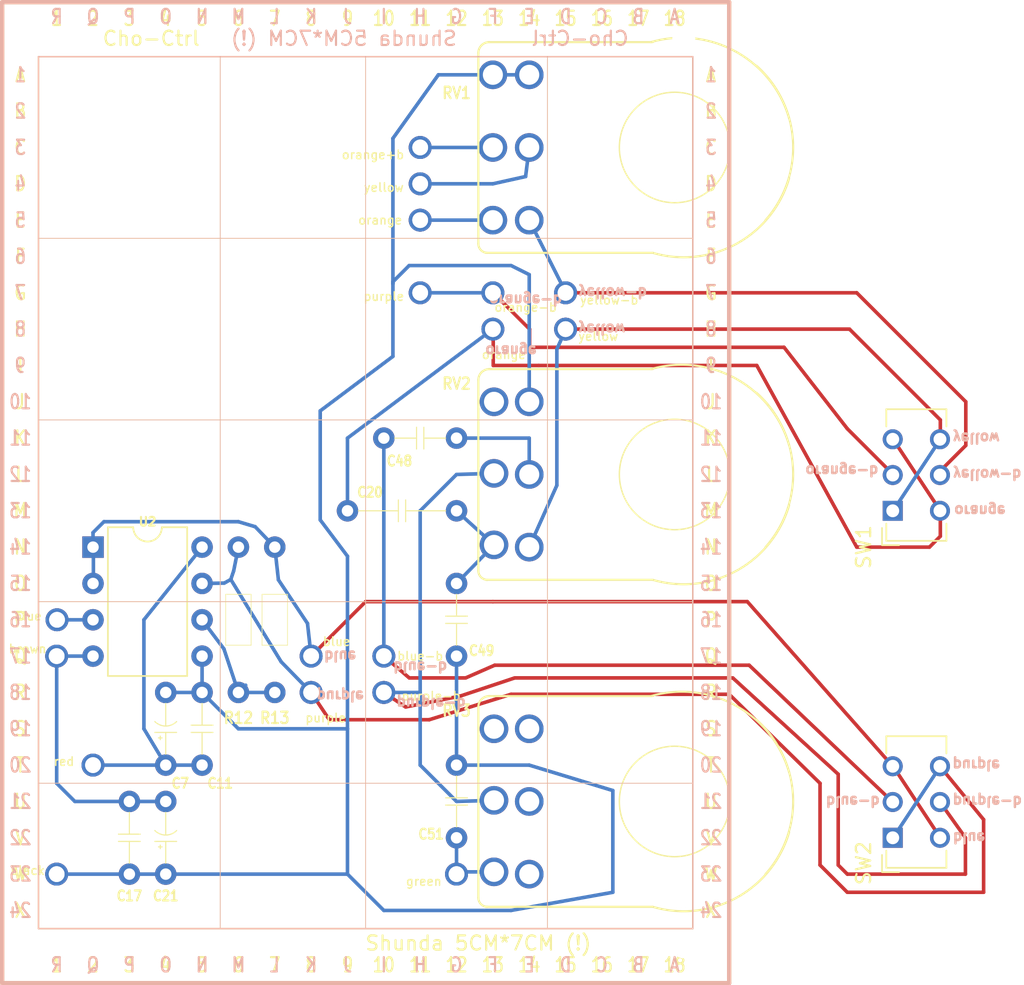
<source format=kicad_pcb>
(kicad_pcb (version 4) (host pcbnew 4.0.7)

  (general
    (links 51)
    (no_connects 0)
    (area 201.833999 10.825999 273.417999 80.106001)
    (thickness 1.6)
    (drawings 16)
    (tracks 152)
    (zones 0)
    (modules 34)
    (nets 39)
  )

  (page A4)
  (layers
    (0 F.Cu signal)
    (31 B.Cu signal)
    (32 B.Adhes user)
    (33 F.Adhes user)
    (34 B.Paste user)
    (35 F.Paste user)
    (36 B.SilkS user)
    (37 F.SilkS user)
    (38 B.Mask user)
    (39 F.Mask user)
    (40 Dwgs.User user)
    (41 Cmts.User user)
    (42 Eco1.User user)
    (43 Eco2.User user)
    (44 Edge.Cuts user)
    (45 Margin user)
    (46 B.CrtYd user)
    (47 F.CrtYd user)
    (48 B.Fab user)
    (49 F.Fab user)
  )

  (setup
    (last_trace_width 0.25)
    (trace_clearance 0.2)
    (zone_clearance 0.508)
    (zone_45_only no)
    (trace_min 0.2)
    (segment_width 0.2)
    (edge_width 0.15)
    (via_size 0.6)
    (via_drill 0.4)
    (via_min_size 0.4)
    (via_min_drill 0.3)
    (uvia_size 0.3)
    (uvia_drill 0.1)
    (uvias_allowed no)
    (uvia_min_size 0.2)
    (uvia_min_drill 0.1)
    (pcb_text_width 0.3)
    (pcb_text_size 1.5 1.5)
    (mod_edge_width 0.15)
    (mod_text_size 0.6 0.6)
    (mod_text_width 0.15)
    (pad_size 1.6 1.6)
    (pad_drill 1.1)
    (pad_to_mask_clearance 0.2)
    (aux_axis_origin 0 0)
    (visible_elements FFFFFFFF)
    (pcbplotparams
      (layerselection 0x00030_80000001)
      (usegerberextensions false)
      (excludeedgelayer true)
      (linewidth 0.100000)
      (plotframeref false)
      (viasonmask false)
      (mode 1)
      (useauxorigin false)
      (hpglpennumber 1)
      (hpglpenspeed 20)
      (hpglpendiameter 15)
      (hpglpenoverlay 2)
      (psnegative false)
      (psa4output false)
      (plotreference true)
      (plotvalue true)
      (plotinvisibletext false)
      (padsonsilk false)
      (subtractmaskfromsilk false)
      (outputformat 1)
      (mirror false)
      (drillshape 1)
      (scaleselection 1)
      (outputdirectory ""))
  )

  (net 0 "")
  (net 1 "Net-(C20-Pad1)")
  (net 2 "Net-(C48-Pad2)")
  (net 3 /+A_A6)
  (net 4 /-A_A8)
  (net 5 /DryCP_A1)
  (net 6 "Net-(P_DryCP_A1-Pad1)")
  (net 7 /DryR_A3)
  (net 8 "Net-(P_DryR_A3-Pad1)")
  (net 9 /FB_A9)
  (net 10 /GND_A7)
  (net 11 "Net-(P_HP_P7-Pad2)")
  (net 12 "Net-(P_LP_P8-Pad2)")
  (net 13 "Net-(P_OnHP_P5-Pad2)")
  (net 14 "Net-(P_OnLP_P6-Pad2)")
  (net 15 "Net-(P_OnL_P4-Pad2)")
  (net 16 "Net-(P_OnR_P3-Pad2)")
  (net 17 /WetL_A2)
  (net 18 "Net-(P_WetL_A2-Pad1)")
  (net 19 "Net-(P_WetL_P2-Pad2)")
  (net 20 "Net-(P_WetL_P2-Pad1)")
  (net 21 /WetR_A4)
  (net 22 "Net-(P_WetR_A4-Pad1)")
  (net 23 "Net-(P_WetR_P1-Pad2)")
  (net 24 /Wet_A5)
  (net 25 "Net-(P_Wet_A5-Pad1)")
  (net 26 "Net-(R12-Pad2)")
  (net 27 "Net-(RV3-Pad1)")
  (net 28 "Net-(RV2-Pad1)")
  (net 29 /+A)
  (net 30 /GND)
  (net 31 /-A)
  (net 32 /LPWet)
  (net 33 /PreLP)
  (net 34 /Wet)
  (net 35 /WetInv)
  (net 36 /HPWet)
  (net 37 /PreHP)
  (net 38 /FB)

  (net_class Default "This is the default net class."
    (clearance 0.2)
    (trace_width 0.25)
    (via_dia 0.6)
    (via_drill 0.4)
    (uvia_dia 0.3)
    (uvia_drill 0.1)
    (add_net /+A)
    (add_net /+A_A6)
    (add_net /-A)
    (add_net /-A_A8)
    (add_net /DryCP_A1)
    (add_net /DryR_A3)
    (add_net /FB)
    (add_net /FB_A9)
    (add_net /GND)
    (add_net /GND_A7)
    (add_net /HPWet)
    (add_net /LPWet)
    (add_net /PreHP)
    (add_net /PreLP)
    (add_net /Wet)
    (add_net /WetInv)
    (add_net /WetL_A2)
    (add_net /WetR_A4)
    (add_net /Wet_A5)
    (add_net "Net-(C20-Pad1)")
    (add_net "Net-(C48-Pad2)")
    (add_net "Net-(P_DryCP_A1-Pad1)")
    (add_net "Net-(P_DryR_A3-Pad1)")
    (add_net "Net-(P_HP_P7-Pad2)")
    (add_net "Net-(P_LP_P8-Pad2)")
    (add_net "Net-(P_OnHP_P5-Pad2)")
    (add_net "Net-(P_OnLP_P6-Pad2)")
    (add_net "Net-(P_OnL_P4-Pad2)")
    (add_net "Net-(P_OnR_P3-Pad2)")
    (add_net "Net-(P_WetL_A2-Pad1)")
    (add_net "Net-(P_WetL_P2-Pad1)")
    (add_net "Net-(P_WetL_P2-Pad2)")
    (add_net "Net-(P_WetR_A4-Pad1)")
    (add_net "Net-(P_WetR_P1-Pad2)")
    (add_net "Net-(P_Wet_A5-Pad1)")
    (add_net "Net-(R12-Pad2)")
    (add_net "Net-(RV2-Pad1)")
    (add_net "Net-(RV3-Pad1)")
  )

  (net_class "Net-(C11-Pad2)" ""
    (clearance 0.2)
    (trace_width 0.35)
    (via_dia 0.6)
    (via_drill 0.4)
    (uvia_dia 0.3)
    (uvia_drill 0.1)
  )

  (module MyKi_TH_Resistors:400Mil_TH_Resistor placed (layer F.Cu) (tedit 5A1526A6) (tstamp 5A13B6C2)
    (at 232.664 56.642 270)
    (descr "D, T-1 series, Axial, Horizontal, pin pitch=5.08mm, , length*diameter=3.2*2.6mm^2, , http://www.diodes.com/_files/packages/T-1.pdf")
    (tags "D T-1 series Axial Horizontal pin pitch 5.08mm  length 3.2mm diameter 2.6mm")
    (path /59F86F0A)
    (fp_text reference R13 (at 11.938 0 360) (layer F.SilkS)
      (effects (font (size 0.8 0.7) (thickness 0.15)))
    )
    (fp_text value 47K (at 5.08 0 270) (layer F.Fab)
      (effects (font (size 0.8 0.7) (thickness 0.15)))
    )
    (fp_line (start 6.858 0) (end 9.398 0) (layer F.Fab) (width 0.05))
    (fp_line (start 0.762 0) (end 3.302 0) (layer F.Fab) (width 0.05))
    (fp_line (start 3.302 0.889) (end 6.858 0.889) (layer F.Fab) (width 0.05))
    (fp_line (start 6.858 -0.889) (end 6.858 0.889) (layer F.Fab) (width 0.05))
    (fp_line (start 3.302 -0.889) (end 6.858 -0.889) (layer F.Fab) (width 0.05))
    (fp_line (start 3.302 -0.889) (end 3.302 0.889) (layer F.Fab) (width 0.05))
    (fp_line (start 3.302 0.889) (end 6.858 0.889) (layer F.SilkS) (width 0.05))
    (fp_line (start 3.302 -0.889) (end 6.858 -0.889) (layer F.SilkS) (width 0.05))
    (fp_line (start 6.858 -0.889) (end 6.858 0.889) (layer F.SilkS) (width 0.05))
    (fp_line (start 3.302 -0.889) (end 3.302 0.889) (layer F.SilkS) (width 0.05))
    (pad 2 thru_hole circle (at 10.16 0 270) (size 1.5 1.5) (drill 0.8) (layers *.Cu *.Mask)
      (net 26 "Net-(R12-Pad2)"))
    (pad 1 thru_hole circle (at 0 0 270) (size 1.5 1.5) (drill 0.8) (layers *.Cu *.Mask)
      (net 34 /Wet))
    (model ${KISYS3DMOD}/Resistors_THT.3dshapes/R_Axial_DIN0207_L6.3mm_D2.5mm_P10.16mm_Horizontal.wrl
      (at (xyz 0 0 0))
      (scale (xyz 0.393701 0.393701 0.393701))
      (rotate (xyz 0 0 0))
    )
  )

  (module MyKi_TH_Resistors:400Mil_TH_Resistor placed (layer F.Cu) (tedit 5A1526A4) (tstamp 5A13B6B2)
    (at 230.124 56.642 270)
    (descr "D, T-1 series, Axial, Horizontal, pin pitch=5.08mm, , length*diameter=3.2*2.6mm^2, , http://www.diodes.com/_files/packages/T-1.pdf")
    (tags "D T-1 series Axial Horizontal pin pitch 5.08mm  length 3.2mm diameter 2.6mm")
    (path /5A1722C6)
    (fp_text reference R12 (at 11.938 0 360) (layer F.SilkS)
      (effects (font (size 0.8 0.7) (thickness 0.15)))
    )
    (fp_text value 47K (at 5.08 0 270) (layer F.Fab)
      (effects (font (size 0.8 0.7) (thickness 0.15)))
    )
    (fp_line (start 6.858 0) (end 9.398 0) (layer F.Fab) (width 0.05))
    (fp_line (start 0.762 0) (end 3.302 0) (layer F.Fab) (width 0.05))
    (fp_line (start 3.302 0.889) (end 6.858 0.889) (layer F.Fab) (width 0.05))
    (fp_line (start 6.858 -0.889) (end 6.858 0.889) (layer F.Fab) (width 0.05))
    (fp_line (start 3.302 -0.889) (end 6.858 -0.889) (layer F.Fab) (width 0.05))
    (fp_line (start 3.302 -0.889) (end 3.302 0.889) (layer F.Fab) (width 0.05))
    (fp_line (start 3.302 0.889) (end 6.858 0.889) (layer F.SilkS) (width 0.05))
    (fp_line (start 3.302 -0.889) (end 6.858 -0.889) (layer F.SilkS) (width 0.05))
    (fp_line (start 6.858 -0.889) (end 6.858 0.889) (layer F.SilkS) (width 0.05))
    (fp_line (start 3.302 -0.889) (end 3.302 0.889) (layer F.SilkS) (width 0.05))
    (pad 2 thru_hole circle (at 10.16 0 270) (size 1.5 1.5) (drill 0.8) (layers *.Cu *.Mask)
      (net 26 "Net-(R12-Pad2)"))
    (pad 1 thru_hole circle (at 0 0 270) (size 1.5 1.5) (drill 0.8) (layers *.Cu *.Mask)
      (net 35 /WetInv))
    (model ${KISYS3DMOD}/Resistors_THT.3dshapes/R_Axial_DIN0207_L6.3mm_D2.5mm_P10.16mm_Horizontal.wrl
      (at (xyz 0 0 0))
      (scale (xyz 0.393701 0.393701 0.393701))
      (rotate (xyz 0 0 0))
    )
  )

  (module MyKi_TH_Panel_Controls:400x500Mil_TH_Pot_reinfoced_FaceUp (layer F.Cu) (tedit 5A17786C) (tstamp 5A14E599)
    (at 252.984 74.422)
    (descr "Potentiometer, double, dual,  Alps, RK16, single, RevA, 30 July 2010,")
    (tags "Potentiometer, double, dual, Alps, RK16, single, RevA, 30 July 2010,")
    (path /59F86EAD)
    (fp_text reference RV3 (at -7.62 -6.35 180) (layer F.SilkS)
      (effects (font (size 0.8 0.7) (thickness 0.15)))
    )
    (fp_text value B10K (at -7.62 -5.08 180) (layer F.Fab)
      (effects (font (size 0.8 0.7) (thickness 0.15)))
    )
    (fp_arc (start -5.461 6.731) (end -5.461 7.366) (angle 90) (layer F.Fab) (width 0.15))
    (fp_arc (start 8.255 0) (end 13.335 -5.715) (angle 90) (layer F.Fab) (width 0.15))
    (fp_arc (start 8.255 0) (end 15.621 2.159) (angle 90) (layer F.Fab) (width 0.15))
    (fp_circle (center 7.62 0) (end 11.43 0.635) (layer F.Fab) (width 0.1))
    (fp_line (start 6.096 7.366) (end -5.588 7.366) (layer F.Fab) (width 0.15))
    (fp_arc (start 8.128 0.127) (end 5.969 -7.366) (angle 90) (layer F.Fab) (width 0.15))
    (fp_line (start 6.096 -7.366) (end -5.334 -7.366) (layer F.Fab) (width 0.15))
    (fp_arc (start -5.334 -6.604) (end -6.096 -6.604) (angle 90) (layer F.Fab) (width 0.15))
    (fp_line (start -6.096 -6.604) (end -6.096 6.731) (layer F.Fab) (width 0.15))
    (fp_line (start 6.096 7.366) (end -5.588 7.366) (layer F.SilkS) (width 0.15))
    (fp_line (start 6.096 -7.366) (end -5.334 -7.366) (layer F.SilkS) (width 0.15))
    (fp_circle (center 7.62 0) (end 11.43 0.635) (layer F.SilkS) (width 0.1))
    (fp_line (start -6.096 -6.604) (end -6.096 6.731) (layer F.SilkS) (width 0.15))
    (fp_arc (start -5.334 -6.604) (end -6.096 -6.604) (angle 90) (layer F.SilkS) (width 0.15))
    (fp_arc (start -5.461 6.731) (end -5.461 7.366) (angle 90) (layer F.SilkS) (width 0.15))
    (fp_arc (start 8.255 0) (end 15.621 2.159) (angle 90) (layer F.SilkS) (width 0.15))
    (fp_arc (start 8.128 0.127) (end 5.969 -7.366) (angle 90) (layer F.SilkS) (width 0.15))
    (fp_arc (start 8.255 0) (end 13.335 -5.715) (angle 90) (layer F.SilkS) (width 0.15))
    (pad 3 thru_hole circle (at -5.00126 4.92252) (size 2 2) (drill 1.4) (layers *.Cu *.Mask)
      (net 38 /FB))
    (pad 2 thru_hole circle (at -5.00126 -0.07874) (size 2 2) (drill 1.4) (layers *.Cu *.Mask)
      (net 33 /PreLP))
    (pad 1 thru_hole circle (at -5.00126 -5.08) (size 2 2) (drill 1.4) (layers *.Cu *.Mask)
      (net 27 "Net-(RV3-Pad1)"))
    (pad "" thru_hole circle (at -2.54 0) (size 2 2) (drill 1.4) (layers *.Cu *.Mask))
    (pad "" thru_hole circle (at -2.54 5.08) (size 2 2) (drill 1.4) (layers *.Cu *.Mask))
    (pad "" thru_hole circle (at -2.54 -5.08) (size 2 2) (drill 1.4) (layers *.Cu *.Mask))
  )

  (module MyKi_TH_Capacitors:200Mil_TH_C (layer F.Cu) (tedit 5A165F6A) (tstamp 5A13B5E0)
    (at 227.584 71.882 90)
    (descr "C, Disc series, Radial, pin pitch=5.00mm, , diameter*width=4.7*2.5mm^2, Capacitor, http://www.vishay.com/docs/45233/krseries.pdf")
    (tags "C Disc series Radial pin pitch 5.00mm  diameter 4.7mm width 2.5mm Capacitor")
    (path /59F86EF5)
    (fp_text reference C11 (at -1.27 1.27 360) (layer F.SilkS)
      (effects (font (size 0.7 0.6) (thickness 0.15)))
    )
    (fp_text value 0.1µ (at 1.27 1.27 360) (layer F.Fab)
      (effects (font (size 0.7 0.6) (thickness 0.15)))
    )
    (fp_line (start 4.318 0) (end 2.794 0) (layer F.Fab) (width 0.08))
    (fp_line (start 2.794 -0.762) (end 2.794 0.762) (layer F.Fab) (width 0.08))
    (fp_line (start 2.286 -0.762) (end 2.286 0.762) (layer F.Fab) (width 0.08))
    (fp_line (start 0.762 0) (end 2.286 0) (layer F.Fab) (width 0.08))
    (fp_line (start 2.794 -0.762) (end 2.794 0.762) (layer F.SilkS) (width 0.08))
    (fp_line (start 2.286 -0.762) (end 2.286 0.762) (layer F.SilkS) (width 0.08))
    (fp_line (start 4.318 0) (end 2.794 0) (layer F.SilkS) (width 0.08))
    (fp_line (start 0.762 0) (end 2.286 0) (layer F.SilkS) (width 0.08))
    (pad 1 thru_hole circle (at 0 0 90) (size 1.5 1.5) (drill 0.8) (layers *.Cu *.Mask)
      (net 29 /+A))
    (pad 2 thru_hole circle (at 5.08 0 90) (size 1.5 1.5) (drill 0.8) (layers *.Cu *.Mask)
      (net 30 /GND))
    (model ${KISYS3DMOD}/Capacitors_THT.3dshapes/C_Disc_D4.7mm_W2.5mm_P5.00mm.wrl
      (at (xyz 0 0 0))
      (scale (xyz 1 1 1))
      (rotate (xyz 0 0 0))
    )
  )

  (module MyKi_TH_Capacitors:200Mil_TH_C (layer F.Cu) (tedit 5A13BDF0) (tstamp 5A13B5EE)
    (at 222.504 74.422 270)
    (descr "C, Disc series, Radial, pin pitch=5.00mm, , diameter*width=4.7*2.5mm^2, Capacitor, http://www.vishay.com/docs/45233/krseries.pdf")
    (tags "C Disc series Radial pin pitch 5.00mm  diameter 4.7mm width 2.5mm Capacitor")
    (path /59F86EFC)
    (fp_text reference C17 (at 6.604 0 540) (layer F.SilkS)
      (effects (font (size 0.7 0.6) (thickness 0.15)))
    )
    (fp_text value 0.1µ (at 7.62 0 540) (layer F.Fab)
      (effects (font (size 0.7 0.6) (thickness 0.15)))
    )
    (fp_line (start 4.318 0) (end 2.794 0) (layer F.Fab) (width 0.08))
    (fp_line (start 2.794 -0.762) (end 2.794 0.762) (layer F.Fab) (width 0.08))
    (fp_line (start 2.286 -0.762) (end 2.286 0.762) (layer F.Fab) (width 0.08))
    (fp_line (start 0.762 0) (end 2.286 0) (layer F.Fab) (width 0.08))
    (fp_line (start 2.794 -0.762) (end 2.794 0.762) (layer F.SilkS) (width 0.08))
    (fp_line (start 2.286 -0.762) (end 2.286 0.762) (layer F.SilkS) (width 0.08))
    (fp_line (start 4.318 0) (end 2.794 0) (layer F.SilkS) (width 0.08))
    (fp_line (start 0.762 0) (end 2.286 0) (layer F.SilkS) (width 0.08))
    (pad 1 thru_hole circle (at 0 0 270) (size 1.5 1.5) (drill 0.8) (layers *.Cu *.Mask)
      (net 31 /-A))
    (pad 2 thru_hole circle (at 5.08 0 270) (size 1.5 1.5) (drill 0.8) (layers *.Cu *.Mask)
      (net 30 /GND))
    (model ${KISYS3DMOD}/Capacitors_THT.3dshapes/C_Disc_D4.7mm_W2.5mm_P5.00mm.wrl
      (at (xyz 0 0 0))
      (scale (xyz 1 1 1))
      (rotate (xyz 0 0 0))
    )
  )

  (module MyKi_TH_Capacitors:200Mil_TH_C (layer F.Cu) (tedit 5A1667FB) (tstamp 5A13B62E)
    (at 245.364 59.182 270)
    (descr "C, Disc series, Radial, pin pitch=5.00mm, , diameter*width=4.7*2.5mm^2, Capacitor, http://www.vishay.com/docs/45233/krseries.pdf")
    (tags "C Disc series Radial pin pitch 5.00mm  diameter 4.7mm width 2.5mm Capacitor")
    (path /59F86EA6)
    (fp_text reference C49 (at 4.699 -1.7526 360) (layer F.SilkS)
      (effects (font (size 0.7 0.6) (thickness 0.15)))
    )
    (fp_text value 0.1µ (at 4.8006 -3.81 360) (layer F.Fab)
      (effects (font (size 0.7 0.6) (thickness 0.15)))
    )
    (fp_line (start 4.318 0) (end 2.794 0) (layer F.Fab) (width 0.08))
    (fp_line (start 2.794 -0.762) (end 2.794 0.762) (layer F.Fab) (width 0.08))
    (fp_line (start 2.286 -0.762) (end 2.286 0.762) (layer F.Fab) (width 0.08))
    (fp_line (start 0.762 0) (end 2.286 0) (layer F.Fab) (width 0.08))
    (fp_line (start 2.794 -0.762) (end 2.794 0.762) (layer F.SilkS) (width 0.08))
    (fp_line (start 2.286 -0.762) (end 2.286 0.762) (layer F.SilkS) (width 0.08))
    (fp_line (start 4.318 0) (end 2.794 0) (layer F.SilkS) (width 0.08))
    (fp_line (start 0.762 0) (end 2.286 0) (layer F.SilkS) (width 0.08))
    (pad 1 thru_hole circle (at 0 0 270) (size 1.5 1.5) (drill 0.8) (layers *.Cu *.Mask)
      (net 1 "Net-(C20-Pad1)"))
    (pad 2 thru_hole circle (at 5.08 0 270) (size 1.5 1.5) (drill 0.8) (layers *.Cu *.Mask)
      (net 30 /GND))
    (model ${KISYS3DMOD}/Capacitors_THT.3dshapes/C_Disc_D4.7mm_W2.5mm_P5.00mm.wrl
      (at (xyz 0 0 0))
      (scale (xyz 1 1 1))
      (rotate (xyz 0 0 0))
    )
  )

  (module Buttons_Switches_THT:SW_CuK_JS202011AQN_DPDT_Angled (layer F.Cu) (tedit 5A152732) (tstamp 5A13B746)
    (at 275.844 54.102 90)
    (descr "CuK sub miniature slide switch, JS series, DPDT, right angle, http://www.ckswitches.com/media/1422/js.pdf")
    (tags "switch DPDT")
    (path /5A126571)
    (fp_text reference SW1 (at -2.54 -2.032 90) (layer F.SilkS)
      (effects (font (size 1 1) (thickness 0.15)))
    )
    (fp_text value ChoFilterPan (at 4.318 -2.032 90) (layer F.Fab)
      (effects (font (size 1 1) (thickness 0.15)))
    )
    (fp_line (start -1 -0.35) (end -2 0.65) (layer F.Fab) (width 0.1))
    (fp_line (start 7.25 4.25) (end 4.5 4.25) (layer F.CrtYd) (width 0.05))
    (fp_line (start 7.25 -0.95) (end 7.25 4.25) (layer F.CrtYd) (width 0.05))
    (fp_line (start -2.25 -0.95) (end 7.25 -0.95) (layer F.CrtYd) (width 0.05))
    (fp_line (start -2.25 4.25) (end -2.25 -0.95) (layer F.CrtYd) (width 0.05))
    (fp_line (start 0.5 4.25) (end -2.25 4.25) (layer F.CrtYd) (width 0.05))
    (fp_line (start 4.5 6) (end 0.5 6) (layer F.CrtYd) (width 0.05))
    (fp_line (start 4.5 6) (end 4.5 4.25) (layer F.CrtYd) (width 0.05))
    (fp_line (start 2.25 5.65) (end 2.25 3.65) (layer F.Fab) (width 0.1))
    (fp_line (start 0.75 5.65) (end 2.25 5.65) (layer F.Fab) (width 0.1))
    (fp_line (start 0.75 3.65) (end 0.75 5.65) (layer F.Fab) (width 0.1))
    (fp_line (start -2.4 -0.75) (end -2.4 0.45) (layer F.SilkS) (width 0.12))
    (fp_line (start -1.2 -0.75) (end -2.4 -0.75) (layer F.SilkS) (width 0.12))
    (fp_line (start 7.1 3.75) (end 5.9 3.75) (layer F.SilkS) (width 0.12))
    (fp_line (start 7.1 -0.45) (end 7.1 3.75) (layer F.SilkS) (width 0.12))
    (fp_line (start 5.9 -0.45) (end 7.1 -0.45) (layer F.SilkS) (width 0.12))
    (fp_line (start -2.1 3.75) (end -0.9 3.75) (layer F.SilkS) (width 0.12))
    (fp_line (start -2.1 -0.45) (end -2.1 3.75) (layer F.SilkS) (width 0.12))
    (fp_line (start -0.9 -0.45) (end -2.1 -0.45) (layer F.SilkS) (width 0.12))
    (fp_text user %R (at 2.5 1.75 90) (layer F.Fab)
      (effects (font (size 1 1) (thickness 0.15)))
    )
    (fp_line (start -2 3.65) (end -2 0.65) (layer F.Fab) (width 0.1))
    (fp_line (start 7 3.65) (end -2 3.65) (layer F.Fab) (width 0.1))
    (fp_line (start 7 -0.35) (end 7 3.65) (layer F.Fab) (width 0.1))
    (fp_line (start -1 -0.35) (end 7 -0.35) (layer F.Fab) (width 0.1))
    (fp_line (start 0.5 4.25) (end 0.5 6) (layer F.CrtYd) (width 0.05))
    (pad 1 thru_hole rect (at 0 0 90) (size 1.4 1.4) (drill 0.9) (layers *.Cu *.Mask)
      (net 15 "Net-(P_OnL_P4-Pad2)"))
    (pad 2 thru_hole circle (at 2.5 0 90) (size 1.4 1.4) (drill 0.9) (layers *.Cu *.Mask)
      (net 23 "Net-(P_WetR_P1-Pad2)"))
    (pad 3 thru_hole circle (at 5 0 90) (size 1.4 1.4) (drill 0.9) (layers *.Cu *.Mask)
      (net 16 "Net-(P_OnR_P3-Pad2)"))
    (pad 4 thru_hole circle (at 0 3.3 90) (size 1.4 1.4) (drill 0.9) (layers *.Cu *.Mask)
      (net 16 "Net-(P_OnR_P3-Pad2)"))
    (pad 5 thru_hole circle (at 2.5 3.3 90) (size 1.4 1.4) (drill 0.9) (layers *.Cu *.Mask)
      (net 19 "Net-(P_WetL_P2-Pad2)"))
    (pad 6 thru_hole circle (at 5 3.3 90) (size 1.4 1.4) (drill 0.9) (layers *.Cu *.Mask)
      (net 15 "Net-(P_OnL_P4-Pad2)"))
    (model ${KISYS3DMOD}/Buttons_Switches_THT.3dshapes/SW_CuK_JS202011AQN_DPDT_Angled.wrl
      (at (xyz 0 0 0))
      (scale (xyz 1 1 1))
      (rotate (xyz 0 0 0))
    )
  )

  (module Buttons_Switches_THT:SW_CuK_JS202011AQN_DPDT_Angled (layer F.Cu) (tedit 5A152736) (tstamp 5A13B769)
    (at 275.844 76.962 90)
    (descr "CuK sub miniature slide switch, JS series, DPDT, right angle, http://www.ckswitches.com/media/1422/js.pdf")
    (tags "switch DPDT")
    (path /5A128173)
    (fp_text reference SW2 (at -1.778 -2.032 90) (layer F.SilkS)
      (effects (font (size 1 1) (thickness 0.15)))
    )
    (fp_text value ChoFbInv (at 3.81 -2.032 90) (layer F.Fab)
      (effects (font (size 1 1) (thickness 0.15)))
    )
    (fp_line (start -1 -0.35) (end -2 0.65) (layer F.Fab) (width 0.1))
    (fp_line (start 7.25 4.25) (end 4.5 4.25) (layer F.CrtYd) (width 0.05))
    (fp_line (start 7.25 -0.95) (end 7.25 4.25) (layer F.CrtYd) (width 0.05))
    (fp_line (start -2.25 -0.95) (end 7.25 -0.95) (layer F.CrtYd) (width 0.05))
    (fp_line (start -2.25 4.25) (end -2.25 -0.95) (layer F.CrtYd) (width 0.05))
    (fp_line (start 0.5 4.25) (end -2.25 4.25) (layer F.CrtYd) (width 0.05))
    (fp_line (start 4.5 6) (end 0.5 6) (layer F.CrtYd) (width 0.05))
    (fp_line (start 4.5 6) (end 4.5 4.25) (layer F.CrtYd) (width 0.05))
    (fp_line (start 2.25 5.65) (end 2.25 3.65) (layer F.Fab) (width 0.1))
    (fp_line (start 0.75 5.65) (end 2.25 5.65) (layer F.Fab) (width 0.1))
    (fp_line (start 0.75 3.65) (end 0.75 5.65) (layer F.Fab) (width 0.1))
    (fp_line (start -2.4 -0.75) (end -2.4 0.45) (layer F.SilkS) (width 0.12))
    (fp_line (start -1.2 -0.75) (end -2.4 -0.75) (layer F.SilkS) (width 0.12))
    (fp_line (start 7.1 3.75) (end 5.9 3.75) (layer F.SilkS) (width 0.12))
    (fp_line (start 7.1 -0.45) (end 7.1 3.75) (layer F.SilkS) (width 0.12))
    (fp_line (start 5.9 -0.45) (end 7.1 -0.45) (layer F.SilkS) (width 0.12))
    (fp_line (start -2.1 3.75) (end -0.9 3.75) (layer F.SilkS) (width 0.12))
    (fp_line (start -2.1 -0.45) (end -2.1 3.75) (layer F.SilkS) (width 0.12))
    (fp_line (start -0.9 -0.45) (end -2.1 -0.45) (layer F.SilkS) (width 0.12))
    (fp_text user %R (at 2.5 1.75 90) (layer F.Fab)
      (effects (font (size 1 1) (thickness 0.15)))
    )
    (fp_line (start -2 3.65) (end -2 0.65) (layer F.Fab) (width 0.1))
    (fp_line (start 7 3.65) (end -2 3.65) (layer F.Fab) (width 0.1))
    (fp_line (start 7 -0.35) (end 7 3.65) (layer F.Fab) (width 0.1))
    (fp_line (start -1 -0.35) (end 7 -0.35) (layer F.Fab) (width 0.1))
    (fp_line (start 0.5 4.25) (end 0.5 6) (layer F.CrtYd) (width 0.05))
    (pad 1 thru_hole rect (at 0 0 90) (size 1.4 1.4) (drill 0.9) (layers *.Cu *.Mask)
      (net 14 "Net-(P_OnLP_P6-Pad2)"))
    (pad 2 thru_hole circle (at 2.5 0 90) (size 1.4 1.4) (drill 0.9) (layers *.Cu *.Mask)
      (net 11 "Net-(P_HP_P7-Pad2)"))
    (pad 3 thru_hole circle (at 5 0 90) (size 1.4 1.4) (drill 0.9) (layers *.Cu *.Mask)
      (net 13 "Net-(P_OnHP_P5-Pad2)"))
    (pad 4 thru_hole circle (at 0 3.3 90) (size 1.4 1.4) (drill 0.9) (layers *.Cu *.Mask)
      (net 13 "Net-(P_OnHP_P5-Pad2)"))
    (pad 5 thru_hole circle (at 2.5 3.3 90) (size 1.4 1.4) (drill 0.9) (layers *.Cu *.Mask)
      (net 12 "Net-(P_LP_P8-Pad2)"))
    (pad 6 thru_hole circle (at 5 3.3 90) (size 1.4 1.4) (drill 0.9) (layers *.Cu *.Mask)
      (net 14 "Net-(P_OnLP_P6-Pad2)"))
    (model ${KISYS3DMOD}/Buttons_Switches_THT.3dshapes/SW_CuK_JS202011AQN_DPDT_Angled.wrl
      (at (xyz 0 0 0))
      (scale (xyz 1 1 1))
      (rotate (xyz 0 0 0))
    )
  )

  (module MyKi_TH_Capacitors:200Mil_TH_CP_no3D (layer F.Cu) (tedit 5A165F6C) (tstamp 5A13EA82)
    (at 225.044 71.882 90)
    (descr "CP, Radial series, Radial, pin pitch=5.00mm, , diameter=8mm, Electrolytic Capacitor")
    (tags "CP Radial series Radial pin pitch 5.00mm  diameter 8mm Electrolytic Capacitor")
    (path /59F86F18)
    (fp_text reference C7 (at -1.27 1.016 360) (layer F.SilkS)
      (effects (font (size 0.7 0.6) (thickness 0.15)))
    )
    (fp_text value 1µ (at 1.27 0.762 360) (layer F.Fab)
      (effects (font (size 0.7 0.6) (thickness 0.15)))
    )
    (fp_line (start 1.905 -0.254) (end 1.905 -0.508) (layer F.Fab) (width 0.08))
    (fp_line (start 2.794 0) (end 4.318 0) (layer F.Fab) (width 0.08))
    (fp_arc (start 3.81 0) (end 3.048 0.762) (angle 90) (layer F.Fab) (width 0.08))
    (fp_line (start 2.286 -0.762) (end 2.286 0.762) (layer F.Fab) (width 0.08))
    (fp_line (start 0.762 0) (end 2.286 0) (layer F.Fab) (width 0.08))
    (fp_line (start 1.778 -0.381) (end 2.032 -0.381) (layer F.Fab) (width 0.08))
    (fp_line (start 1.778 -0.381) (end 2.032 -0.381) (layer F.SilkS) (width 0.08))
    (fp_line (start 1.905 -0.254) (end 1.905 -0.508) (layer F.SilkS) (width 0.08))
    (fp_arc (start 3.81 0) (end 3.048 0.762) (angle 90) (layer F.SilkS) (width 0.08))
    (fp_line (start 2.794 0) (end 4.318 0) (layer F.SilkS) (width 0.08))
    (fp_line (start 0.762 0) (end 2.286 0) (layer F.SilkS) (width 0.08))
    (fp_line (start 2.286 -0.762) (end 2.286 0.762) (layer F.SilkS) (width 0.08))
    (pad 1 thru_hole circle (at 0 0 90) (size 1.5 1.5) (drill 0.8) (layers *.Cu *.Mask)
      (net 29 /+A))
    (pad 2 thru_hole circle (at 5.08 0 90) (size 1.5 1.5) (drill 0.8) (layers *.Cu *.Mask)
      (net 30 /GND))
  )

  (module MyKi_TH_Capacitors:200Mil_TH_CP_no3D (layer F.Cu) (tedit 5A13BDDF) (tstamp 5A13B612)
    (at 225.044 79.502 90)
    (descr "CP, Radial series, Radial, pin pitch=5.00mm, , diameter=8mm, Electrolytic Capacitor")
    (tags "CP Radial series Radial pin pitch 5.00mm  diameter 8mm Electrolytic Capacitor")
    (path /59F86F11)
    (fp_text reference C21 (at -1.524 0 360) (layer F.SilkS)
      (effects (font (size 0.7 0.6) (thickness 0.15)))
    )
    (fp_text value 1µ (at -2.54 0 360) (layer F.Fab)
      (effects (font (size 0.7 0.6) (thickness 0.15)))
    )
    (fp_line (start 1.905 -0.254) (end 1.905 -0.508) (layer F.Fab) (width 0.08))
    (fp_line (start 2.794 0) (end 4.318 0) (layer F.Fab) (width 0.08))
    (fp_arc (start 3.81 0) (end 3.048 0.762) (angle 90) (layer F.Fab) (width 0.08))
    (fp_line (start 2.286 -0.762) (end 2.286 0.762) (layer F.Fab) (width 0.08))
    (fp_line (start 0.762 0) (end 2.286 0) (layer F.Fab) (width 0.08))
    (fp_line (start 1.778 -0.381) (end 2.032 -0.381) (layer F.Fab) (width 0.08))
    (fp_line (start 1.778 -0.381) (end 2.032 -0.381) (layer F.SilkS) (width 0.08))
    (fp_line (start 1.905 -0.254) (end 1.905 -0.508) (layer F.SilkS) (width 0.08))
    (fp_arc (start 3.81 0) (end 3.048 0.762) (angle 90) (layer F.SilkS) (width 0.08))
    (fp_line (start 2.794 0) (end 4.318 0) (layer F.SilkS) (width 0.08))
    (fp_line (start 0.762 0) (end 2.286 0) (layer F.SilkS) (width 0.08))
    (fp_line (start 2.286 -0.762) (end 2.286 0.762) (layer F.SilkS) (width 0.08))
    (pad 1 thru_hole circle (at 0 0 90) (size 1.5 1.5) (drill 0.8) (layers *.Cu *.Mask)
      (net 30 /GND))
    (pad 2 thru_hole circle (at 5.08 0 90) (size 1.5 1.5) (drill 0.8) (layers *.Cu *.Mask)
      (net 31 /-A))
  )

  (module MyKi_TH_IC:300Mil_DIP8 placed (layer F.Cu) (tedit 5A1526AC) (tstamp 5A13B781)
    (at 219.964 56.642)
    (descr "14-lead dip package, row spacing 7.62 mm (300 mils), Socket")
    (tags "DIL DIP PDIP 2.54mm 7.62mm 300mil Socket")
    (path /5A17A57D)
    (fp_text reference U2 (at 3.81 -1.778) (layer F.SilkS)
      (effects (font (size 0.6 0.6) (thickness 0.15)))
    )
    (fp_text value NJM4556 (at 3.81 4.445 90) (layer F.Fab)
      (effects (font (size 0.8 0.8) (thickness 0.15)))
    )
    (fp_line (start 1.04 9.01) (end 6.58 9.01) (layer F.Fab) (width 0.12))
    (fp_line (start 1.04 -1.39) (end 1.04 9) (layer F.Fab) (width 0.12))
    (fp_line (start 6.58 9) (end 6.58 -1.39) (layer F.Fab) (width 0.12))
    (fp_line (start 6.58 -1.39) (end 4.81 -1.39) (layer F.Fab) (width 0.12))
    (fp_arc (start 3.81 -1.39) (end 2.81 -1.39) (angle -180) (layer F.Fab) (width 0.12))
    (fp_line (start 2.81 -1.39) (end 1.04 -1.39) (layer F.Fab) (width 0.12))
    (fp_line (start 2.81 -1.39) (end 1.04 -1.39) (layer F.SilkS) (width 0.12))
    (fp_line (start 1.04 -1.39) (end 1.04 9) (layer F.SilkS) (width 0.12))
    (fp_line (start 1.04 9.01) (end 6.58 9.01) (layer F.SilkS) (width 0.12))
    (fp_line (start 6.58 9) (end 6.58 -1.39) (layer F.SilkS) (width 0.12))
    (fp_line (start 6.58 -1.39) (end 4.81 -1.39) (layer F.SilkS) (width 0.12))
    (fp_arc (start 3.81 -1.39) (end 2.81 -1.39) (angle -180) (layer F.SilkS) (width 0.12))
    (pad 1 thru_hole rect (at 0 0) (size 1.5 1.5) (drill 0.8) (layers *.Cu *.Mask)
      (net 34 /Wet))
    (pad 8 thru_hole circle (at 7.62 0) (size 1.5 1.5) (drill 0.8) (layers *.Cu *.Mask)
      (net 29 /+A))
    (pad 2 thru_hole circle (at 0 2.54) (size 1.5 1.5) (drill 0.8) (layers *.Cu *.Mask)
      (net 34 /Wet))
    (pad 3 thru_hole circle (at 0 5.08) (size 1.5 1.5) (drill 0.8) (layers *.Cu *.Mask)
      (net 25 "Net-(P_Wet_A5-Pad1)"))
    (pad 4 thru_hole circle (at 0 7.62) (size 1.5 1.5) (drill 0.8) (layers *.Cu *.Mask)
      (net 31 /-A))
    (pad 5 thru_hole circle (at 7.62 7.62) (size 1.5 1.5) (drill 0.8) (layers *.Cu *.Mask)
      (net 30 /GND))
    (pad 6 thru_hole circle (at 7.62 5.08) (size 1.5 1.5) (drill 0.8) (layers *.Cu *.Mask)
      (net 26 "Net-(R12-Pad2)"))
    (pad 7 thru_hole circle (at 7.62 2.54) (size 1.5 1.5) (drill 0.8) (layers *.Cu *.Mask)
      (net 35 /WetInv))
    (model MyKi/TH_IC/300Mil_DIP8.wrl
      (at (xyz 0.15 -0.15 0))
      (scale (xyz 1 1 1))
      (rotate (xyz 0 0 90))
    )
  )

  (module MyKi_TH_Connectors:TH_Wire (layer F.Cu) (tedit 5A1526C7) (tstamp 5A306673)
    (at 219.964 71.882 180)
    (tags "th hole double via")
    (path /5A113AB9)
    (fp_text reference P_+A_A6 (at 0.762 1.27 180) (layer F.Fab)
      (effects (font (size 0.6 0.6) (thickness 0.1)))
    )
    (fp_text value red (at 2.032 0.254 180) (layer F.SilkS)
      (effects (font (size 0.6 0.6) (thickness 0.1)))
    )
    (pad 2 thru_hole circle (at 0 0 180) (size 1.6 1.6) (drill 1.1) (layers *.Mask F.Cu)
      (net 3 /+A_A6))
    (pad 1 thru_hole circle (at 0 0 180) (size 1.6 1.6) (drill 1.1) (layers *.Mask B.Cu)
      (net 29 /+A))
    (model MyKi/TH_Connectors/TH_Pin.wrl
      (at (xyz 1.6 -0.75 0))
      (scale (xyz 1 1 1))
      (rotate (xyz 0 0 0))
    )
  )

  (module MyKi_TH_Connectors:TH_Wire (layer F.Cu) (tedit 5A1526C3) (tstamp 5A306678)
    (at 217.424 64.262 180)
    (tags "th hole double via")
    (path /5A11C618)
    (fp_text reference P_-A_A8 (at 0.762 1.27 180) (layer F.Fab)
      (effects (font (size 0.6 0.6) (thickness 0.1)))
    )
    (fp_text value brown (at 2.032 0.508 180) (layer F.SilkS)
      (effects (font (size 0.6 0.6) (thickness 0.1)))
    )
    (pad 2 thru_hole circle (at 0 0 180) (size 1.6 1.6) (drill 1.1) (layers *.Mask F.Cu)
      (net 4 /-A_A8))
    (pad 1 thru_hole circle (at 0 0 180) (size 1.6 1.6) (drill 1.1) (layers *.Mask B.Cu)
      (net 31 /-A))
    (model MyKi/TH_Connectors/TH_Pin.wrl
      (at (xyz 1.6 -0.75 0))
      (scale (xyz 1 1 1))
      (rotate (xyz 0 0 0))
    )
  )

  (module MyKi_TH_Connectors:TH_Wire (layer F.Cu) (tedit 5A152680) (tstamp 5A30667D)
    (at 242.824 33.782 180)
    (tags "th hole double via")
    (path /5A11C89E)
    (fp_text reference P_DryCP_A1 (at 3.556 0.762 180) (layer F.Fab)
      (effects (font (size 0.6 0.6) (thickness 0.1)))
    )
    (fp_text value orange (at 2.794 0 180) (layer F.SilkS)
      (effects (font (size 0.6 0.6) (thickness 0.1)))
    )
    (pad 2 thru_hole circle (at 0 0 180) (size 1.6 1.6) (drill 1.1) (layers *.Mask F.Cu)
      (net 5 /DryCP_A1))
    (pad 1 thru_hole circle (at 0 0 180) (size 1.6 1.6) (drill 1.1) (layers *.Mask B.Cu)
      (net 6 "Net-(P_DryCP_A1-Pad1)"))
    (model MyKi/TH_Connectors/TH_Pin.wrl
      (at (xyz 1.6 -0.75 0))
      (scale (xyz 1 1 1))
      (rotate (xyz 0 0 0))
    )
  )

  (module MyKi_TH_Connectors:TH_Wire (layer F.Cu) (tedit 5A152689) (tstamp 5A306682)
    (at 242.824 28.702 180)
    (tags "th hole double via")
    (path /5A11C7A6)
    (fp_text reference P_DryR_A3 (at 3.302 0.254 180) (layer F.Fab)
      (effects (font (size 0.6 0.6) (thickness 0.1)))
    )
    (fp_text value orange+b (at 3.302 -0.508 180) (layer F.SilkS)
      (effects (font (size 0.6 0.6) (thickness 0.1)))
    )
    (pad 2 thru_hole circle (at 0 0 180) (size 1.6 1.6) (drill 1.1) (layers *.Mask F.Cu)
      (net 7 /DryR_A3))
    (pad 1 thru_hole circle (at 0 0 180) (size 1.6 1.6) (drill 1.1) (layers *.Mask B.Cu)
      (net 8 "Net-(P_DryR_A3-Pad1)"))
    (model MyKi/TH_Connectors/TH_Pin.wrl
      (at (xyz 1.6 -0.75 0))
      (scale (xyz 1 1 1))
      (rotate (xyz 0 0 0))
    )
  )

  (module MyKi_TH_Connectors:TH_Wire (layer F.Cu) (tedit 5A1553DA) (tstamp 5A306687)
    (at 245.364 79.502 180)
    (tags "th hole double via")
    (path /5A11C702)
    (fp_text reference P_FB_A9 (at 2.54 1.016 180) (layer F.Fab)
      (effects (font (size 0.6 0.6) (thickness 0.1)))
    )
    (fp_text value green (at 2.286 -0.508 180) (layer F.SilkS)
      (effects (font (size 0.6 0.6) (thickness 0.1)))
    )
    (pad 2 thru_hole circle (at 0 0 180) (size 1.6 1.6) (drill 1.1) (layers *.Mask F.Cu)
      (net 9 /FB_A9))
    (pad 1 thru_hole circle (at 0 0 180) (size 1.6 1.6) (drill 1.1) (layers *.Mask B.Cu)
      (net 38 /FB))
    (model MyKi/TH_Connectors/TH_Pin.wrl
      (at (xyz 1.6 -0.75 0))
      (scale (xyz 1 1 1))
      (rotate (xyz 0 0 0))
    )
  )

  (module MyKi_TH_Connectors:TH_Wire (layer F.Cu) (tedit 5A1526CB) (tstamp 5A30668C)
    (at 217.424 79.502 180)
    (tags "th hole double via")
    (path /5A11C508)
    (fp_text reference P_GND_A7 (at 1.016 1.27 180) (layer F.Fab)
      (effects (font (size 0.6 0.6) (thickness 0.1)))
    )
    (fp_text value black (at 2.032 0.254 180) (layer F.SilkS)
      (effects (font (size 0.6 0.6) (thickness 0.1)))
    )
    (pad 2 thru_hole circle (at 0 0 180) (size 1.6 1.6) (drill 1.1) (layers *.Mask F.Cu)
      (net 10 /GND_A7))
    (pad 1 thru_hole circle (at 0 0 180) (size 1.6 1.6) (drill 1.1) (layers *.Mask B.Cu)
      (net 30 /GND))
    (model MyKi/TH_Connectors/TH_Pin.wrl
      (at (xyz 1.6 -0.75 0))
      (scale (xyz 1 1 1))
      (rotate (xyz 0 0 0))
    )
  )

  (module MyKi_TH_Connectors:TH_Wire (layer F.Cu) (tedit 5A17D0A5) (tstamp 5A306691)
    (at 240.284 64.262)
    (tags "th hole double via")
    (path /5A11A130)
    (fp_text reference P_HP_P7 (at 2.54 -1.016) (layer F.Fab)
      (effects (font (size 0.6 0.6) (thickness 0.1)))
    )
    (fp_text value blue-b (at 2.54 0) (layer F.SilkS)
      (effects (font (size 0.6 0.6) (thickness 0.1)))
    )
    (pad 2 thru_hole circle (at 0 0) (size 1.6 1.6) (drill 1.1) (layers *.Mask F.Cu)
      (net 11 "Net-(P_HP_P7-Pad2)"))
    (pad 1 thru_hole circle (at 0 0) (size 1.6 1.6) (drill 1.1) (layers *.Mask B.Cu)
      (net 37 /PreHP))
    (model MyKi/TH_Connectors/TH_Pin.wrl
      (at (xyz 1.6 -0.75 0))
      (scale (xyz 1 1 1))
      (rotate (xyz 0 0 0))
    )
  )

  (module MyKi_TH_Connectors:TH_Wire (layer F.Cu) (tedit 5A17D08B) (tstamp 5A306696)
    (at 240.284 66.802)
    (tags "th hole double via")
    (path /5A11A137)
    (fp_text reference P_LP_P8 (at 1.016 1.27) (layer F.Fab)
      (effects (font (size 0.6 0.6) (thickness 0.1)))
    )
    (fp_text value purple-b (at 3.302 0.254) (layer F.SilkS)
      (effects (font (size 0.6 0.6) (thickness 0.1)))
    )
    (pad 2 thru_hole circle (at 0 0) (size 1.6 1.6) (drill 1.1) (layers *.Mask F.Cu)
      (net 12 "Net-(P_LP_P8-Pad2)"))
    (pad 1 thru_hole circle (at 0 0) (size 1.6 1.6) (drill 1.1) (layers *.Mask B.Cu)
      (net 33 /PreLP))
    (model MyKi/TH_Connectors/TH_Pin.wrl
      (at (xyz 1.6 -0.75 0))
      (scale (xyz 1 1 1))
      (rotate (xyz 0 0 0))
    )
  )

  (module MyKi_TH_Connectors:TH_Wire (layer F.Cu) (tedit 5A161EE7) (tstamp 5A30669B)
    (at 235.204 64.262 270)
    (tags "th hole double via")
    (path /5A119BBC)
    (fp_text reference P_OnHP_P5 (at -1.905 -1.27 360) (layer F.Fab)
      (effects (font (size 0.6 0.6) (thickness 0.1)))
    )
    (fp_text value blue (at -1.016 -1.778 360) (layer F.SilkS)
      (effects (font (size 0.6 0.6) (thickness 0.1)))
    )
    (pad 2 thru_hole circle (at 0 0 270) (size 1.6 1.6) (drill 1.1) (layers *.Mask F.Cu)
      (net 13 "Net-(P_OnHP_P5-Pad2)"))
    (pad 1 thru_hole circle (at 0 0 270) (size 1.6 1.6) (drill 1.1) (layers *.Mask B.Cu)
      (net 34 /Wet))
    (model MyKi/TH_Connectors/TH_Pin.wrl
      (at (xyz 1.6 -0.75 0))
      (scale (xyz 1 1 1))
      (rotate (xyz 0 0 0))
    )
  )

  (module MyKi_TH_Connectors:TH_Wire (layer F.Cu) (tedit 5A165F1B) (tstamp 5A3066A0)
    (at 235.204 66.802 270)
    (tags "th hole double via")
    (path /5A119BC3)
    (fp_text reference P_OnLP_P6 (at 1.27 -1.016 360) (layer F.Fab)
      (effects (font (size 0.6 0.6) (thickness 0.1)))
    )
    (fp_text value purple (at 1.778 -1.016 360) (layer F.SilkS)
      (effects (font (size 0.6 0.6) (thickness 0.1)))
    )
    (pad 2 thru_hole circle (at 0 0 270) (size 1.6 1.6) (drill 1.1) (layers *.Mask F.Cu)
      (net 14 "Net-(P_OnLP_P6-Pad2)"))
    (pad 1 thru_hole circle (at 0 0 270) (size 1.6 1.6) (drill 1.1) (layers *.Mask B.Cu)
      (net 35 /WetInv))
    (model MyKi/TH_Connectors/TH_Pin.wrl
      (at (xyz 1.6 -0.75 0))
      (scale (xyz 1 1 1))
      (rotate (xyz 0 0 0))
    )
  )

  (module MyKi_TH_Connectors:TH_Wire (layer F.Cu) (tedit 5A152644) (tstamp 5A3066A5)
    (at 252.984 41.402)
    (tags "th hole double via")
    (path /5A1198CE)
    (fp_text reference P_OnL_P4 (at 3.048 -0.508) (layer F.Fab)
      (effects (font (size 0.6 0.6) (thickness 0.1)))
    )
    (fp_text value yellow (at 2.286 0.508) (layer F.SilkS)
      (effects (font (size 0.6 0.6) (thickness 0.1)))
    )
    (pad 2 thru_hole circle (at 0 0) (size 1.6 1.6) (drill 1.1) (layers *.Mask F.Cu)
      (net 15 "Net-(P_OnL_P4-Pad2)"))
    (pad 1 thru_hole circle (at 0 0) (size 1.6 1.6) (drill 1.1) (layers *.Mask B.Cu)
      (net 36 /HPWet))
    (model MyKi/TH_Connectors/TH_Pin.wrl
      (at (xyz 1.6 -0.75 0))
      (scale (xyz 1 1 1))
      (rotate (xyz 0 0 0))
    )
  )

  (module MyKi_TH_Connectors:TH_Wire (layer F.Cu) (tedit 5A1525AB) (tstamp 5A3066AA)
    (at 247.904 41.402)
    (tags "th hole double via")
    (path /5A119451)
    (fp_text reference P_OnR_P3 (at 0.508 1.016) (layer F.Fab)
      (effects (font (size 0.6 0.6) (thickness 0.1)))
    )
    (fp_text value orange (at 0.762 1.778) (layer F.SilkS)
      (effects (font (size 0.6 0.6) (thickness 0.1)))
    )
    (pad 2 thru_hole circle (at 0 0) (size 1.6 1.6) (drill 1.1) (layers *.Mask F.Cu)
      (net 16 "Net-(P_OnR_P3-Pad2)"))
    (pad 1 thru_hole circle (at 0 0) (size 1.6 1.6) (drill 1.1) (layers *.Mask B.Cu)
      (net 32 /LPWet))
    (model MyKi/TH_Connectors/TH_Pin.wrl
      (at (xyz 1.6 -0.75 0))
      (scale (xyz 1 1 1))
      (rotate (xyz 0 0 0))
    )
  )

  (module MyKi_TH_Connectors:TH_Wire (layer F.Cu) (tedit 5A152685) (tstamp 5A3066AF)
    (at 242.824 31.242 180)
    (tags "th hole double via")
    (path /5A11C897)
    (fp_text reference P_WetL_A2 (at 3.302 0.508 180) (layer F.Fab)
      (effects (font (size 0.6 0.6) (thickness 0.1)))
    )
    (fp_text value yellow (at 2.54 -0.254 180) (layer F.SilkS)
      (effects (font (size 0.6 0.6) (thickness 0.1)))
    )
    (pad 2 thru_hole circle (at 0 0 180) (size 1.6 1.6) (drill 1.1) (layers *.Mask F.Cu)
      (net 17 /WetL_A2))
    (pad 1 thru_hole circle (at 0 0 180) (size 1.6 1.6) (drill 1.1) (layers *.Mask B.Cu)
      (net 18 "Net-(P_WetL_A2-Pad1)"))
    (model MyKi/TH_Connectors/TH_Pin.wrl
      (at (xyz 1.6 -0.75 0))
      (scale (xyz 1 1 1))
      (rotate (xyz 0 0 0))
    )
  )

  (module MyKi_TH_Connectors:TH_Wire (layer F.Cu) (tedit 5A15265C) (tstamp 5A3066B4)
    (at 252.984 38.862)
    (tags "th hole double via")
    (path /5A1192C8)
    (fp_text reference P_WetL_P2 (at 3.302 -0.762) (layer F.Fab)
      (effects (font (size 0.6 0.6) (thickness 0.1)))
    )
    (fp_text value yellow-b (at 3.048 0.508) (layer F.SilkS)
      (effects (font (size 0.6 0.6) (thickness 0.1)))
    )
    (pad 2 thru_hole circle (at 0 0) (size 1.6 1.6) (drill 1.1) (layers *.Mask F.Cu)
      (net 19 "Net-(P_WetL_P2-Pad2)"))
    (pad 1 thru_hole circle (at 0 0) (size 1.6 1.6) (drill 1.1) (layers *.Mask B.Cu)
      (net 20 "Net-(P_WetL_P2-Pad1)"))
    (model MyKi/TH_Connectors/TH_Pin.wrl
      (at (xyz 1.6 -0.75 0))
      (scale (xyz 1 1 1))
      (rotate (xyz 0 0 0))
    )
  )

  (module MyKi_TH_Connectors:TH_Wire (layer F.Cu) (tedit 5A152691) (tstamp 5A3066B9)
    (at 242.824 38.862 180)
    (tags "th hole double via")
    (path /5A11C79F)
    (fp_text reference P_WetR_A4 (at 3.302 0.508 180) (layer F.Fab)
      (effects (font (size 0.6 0.6) (thickness 0.1)))
    )
    (fp_text value purple (at 2.54 -0.254 180) (layer F.SilkS)
      (effects (font (size 0.6 0.6) (thickness 0.1)))
    )
    (pad 2 thru_hole circle (at 0 0 180) (size 1.6 1.6) (drill 1.1) (layers *.Mask F.Cu)
      (net 21 /WetR_A4))
    (pad 1 thru_hole circle (at 0 0 180) (size 1.6 1.6) (drill 1.1) (layers *.Mask B.Cu)
      (net 22 "Net-(P_WetR_A4-Pad1)"))
    (model MyKi/TH_Connectors/TH_Pin.wrl
      (at (xyz 1.6 -0.75 0))
      (scale (xyz 1 1 1))
      (rotate (xyz 0 0 0))
    )
  )

  (module MyKi_TH_Connectors:TH_Wire (layer F.Cu) (tedit 5A152655) (tstamp 5A3066BE)
    (at 247.904 38.862)
    (tags "th hole double via")
    (path /5A118F08)
    (fp_text reference P_WetR_P1 (at 0.254 -1.27) (layer F.Fab)
      (effects (font (size 0.6 0.6) (thickness 0.1)))
    )
    (fp_text value orange-b (at 2.286 1.016) (layer F.SilkS)
      (effects (font (size 0.6 0.6) (thickness 0.1)))
    )
    (pad 2 thru_hole circle (at 0 0) (size 1.6 1.6) (drill 1.1) (layers *.Mask F.Cu)
      (net 23 "Net-(P_WetR_P1-Pad2)"))
    (pad 1 thru_hole circle (at 0 0) (size 1.6 1.6) (drill 1.1) (layers *.Mask B.Cu)
      (net 22 "Net-(P_WetR_A4-Pad1)"))
    (model MyKi/TH_Connectors/TH_Pin.wrl
      (at (xyz 1.6 -0.75 0))
      (scale (xyz 1 1 1))
      (rotate (xyz 0 0 0))
    )
  )

  (module MyKi_TH_Connectors:TH_Wire (layer F.Cu) (tedit 5A1526B9) (tstamp 5A3066C3)
    (at 217.4494 61.722 180)
    (tags "th hole double via")
    (path /5A11C8A5)
    (fp_text reference P_Wet_A5 (at 0.762 1.524 180) (layer F.Fab)
      (effects (font (size 0.6 0.6) (thickness 0.1)))
    )
    (fp_text value blue (at 2.032 0.254 180) (layer F.SilkS)
      (effects (font (size 0.6 0.6) (thickness 0.1)))
    )
    (pad 2 thru_hole circle (at 0 0 180) (size 1.6 1.6) (drill 1.1) (layers *.Mask F.Cu)
      (net 24 /Wet_A5))
    (pad 1 thru_hole circle (at 0 0 180) (size 1.6 1.6) (drill 1.1) (layers *.Mask B.Cu)
      (net 25 "Net-(P_Wet_A5-Pad1)"))
    (model MyKi/TH_Connectors/TH_Pin.wrl
      (at (xyz 1.6 -0.75 0))
      (scale (xyz 1 1 1))
      (rotate (xyz 0 0 0))
    )
  )

  (module MyKi_TH_Capacitors:200Mil_TH_C (layer F.Cu) (tedit 5A1553D6) (tstamp 5A13B63C)
    (at 245.364 76.962 90)
    (descr "C, Disc series, Radial, pin pitch=5.00mm, , diameter*width=4.7*2.5mm^2, Capacitor, http://www.vishay.com/docs/45233/krseries.pdf")
    (tags "C Disc series Radial pin pitch 5.00mm  diameter 4.7mm width 2.5mm Capacitor")
    (path /59F86EB6)
    (fp_text reference C51 (at 0.254 -1.778 180) (layer F.SilkS)
      (effects (font (size 0.7 0.6) (thickness 0.15)))
    )
    (fp_text value 0.1µ (at 1.778 -1.778 180) (layer F.Fab)
      (effects (font (size 0.7 0.6) (thickness 0.15)))
    )
    (fp_line (start 4.318 0) (end 2.794 0) (layer F.Fab) (width 0.08))
    (fp_line (start 2.794 -0.762) (end 2.794 0.762) (layer F.Fab) (width 0.08))
    (fp_line (start 2.286 -0.762) (end 2.286 0.762) (layer F.Fab) (width 0.08))
    (fp_line (start 0.762 0) (end 2.286 0) (layer F.Fab) (width 0.08))
    (fp_line (start 2.794 -0.762) (end 2.794 0.762) (layer F.SilkS) (width 0.08))
    (fp_line (start 2.286 -0.762) (end 2.286 0.762) (layer F.SilkS) (width 0.08))
    (fp_line (start 4.318 0) (end 2.794 0) (layer F.SilkS) (width 0.08))
    (fp_line (start 0.762 0) (end 2.286 0) (layer F.SilkS) (width 0.08))
    (pad 1 thru_hole circle (at 0 0 90) (size 1.5 1.5) (drill 0.8) (layers *.Cu *.Mask)
      (net 38 /FB))
    (pad 2 thru_hole circle (at 5.08 0 90) (size 1.5 1.5) (drill 0.8) (layers *.Cu *.Mask)
      (net 30 /GND))
    (model ${KISYS3DMOD}/Capacitors_THT.3dshapes/C_Disc_D4.7mm_W2.5mm_P5.00mm.wrl
      (at (xyz 0 0 0))
      (scale (xyz 1 1 1))
      (rotate (xyz 0 0 0))
    )
  )

  (module MyKi_TH_Capacitors:200Mil_TH_C (layer F.Cu) (tedit 5A1667D4) (tstamp 5A13B620)
    (at 240.284 49.022)
    (descr "C, Disc series, Radial, pin pitch=5.00mm, , diameter*width=4.7*2.5mm^2, Capacitor, http://www.vishay.com/docs/45233/krseries.pdf")
    (tags "C Disc series Radial pin pitch 5.00mm  diameter 4.7mm width 2.5mm Capacitor")
    (path /59F86ECF)
    (fp_text reference C48 (at 1.0922 1.6002 180) (layer F.SilkS)
      (effects (font (size 0.7 0.6) (thickness 0.15)))
    )
    (fp_text value 0.1µ (at 3.7846 1.27 180) (layer F.Fab)
      (effects (font (size 0.7 0.6) (thickness 0.15)))
    )
    (fp_line (start 4.318 0) (end 2.794 0) (layer F.Fab) (width 0.08))
    (fp_line (start 2.794 -0.762) (end 2.794 0.762) (layer F.Fab) (width 0.08))
    (fp_line (start 2.286 -0.762) (end 2.286 0.762) (layer F.Fab) (width 0.08))
    (fp_line (start 0.762 0) (end 2.286 0) (layer F.Fab) (width 0.08))
    (fp_line (start 2.794 -0.762) (end 2.794 0.762) (layer F.SilkS) (width 0.08))
    (fp_line (start 2.286 -0.762) (end 2.286 0.762) (layer F.SilkS) (width 0.08))
    (fp_line (start 4.318 0) (end 2.794 0) (layer F.SilkS) (width 0.08))
    (fp_line (start 0.762 0) (end 2.286 0) (layer F.SilkS) (width 0.08))
    (pad 1 thru_hole circle (at 0 0) (size 1.5 1.5) (drill 0.8) (layers *.Cu *.Mask)
      (net 37 /PreHP))
    (pad 2 thru_hole circle (at 5.08 0) (size 1.5 1.5) (drill 0.8) (layers *.Cu *.Mask)
      (net 2 "Net-(C48-Pad2)"))
    (model ${KISYS3DMOD}/Capacitors_THT.3dshapes/C_Disc_D4.7mm_W2.5mm_P5.00mm.wrl
      (at (xyz 0 0 0))
      (scale (xyz 1 1 1))
      (rotate (xyz 0 0 0))
    )
  )

  (module MyKi_TH_Capacitors:300Mil_TH_C_no3D (layer F.Cu) (tedit 5A1667E6) (tstamp 5A2050B0)
    (at 245.364 54.102 180)
    (descr "C, Disc series, Radial, pin pitch=7.50mm, , diameter*width=7.5*5.0mm^2, Capacitor, http://www.vishay.com/docs/28535/vy2series.pdf")
    (tags "C Disc series Radial pin pitch 7.50mm  diameter 7.5mm width 5.0mm Capacitor")
    (path /59F86EE6)
    (fp_text reference C20 (at 6.0452 1.2954 180) (layer F.SilkS)
      (effects (font (size 0.7 0.6) (thickness 0.15)))
    )
    (fp_text value 1µ (at 2.6924 1.3462 180) (layer F.Fab)
      (effects (font (size 0.7 0.6) (thickness 0.15)))
    )
    (fp_line (start 4.064 0) (end 6.858 0) (layer F.Fab) (width 0.08))
    (fp_line (start 3.556 0) (end 0.762 0) (layer F.Fab) (width 0.08))
    (fp_line (start 3.556 0) (end 0.762 0) (layer F.SilkS) (width 0.08))
    (fp_line (start 4.064 0) (end 6.858 0) (layer F.SilkS) (width 0.08))
    (fp_line (start 4.064 -0.762) (end 4.064 0.762) (layer F.Fab) (width 0.08))
    (fp_line (start 3.556 -0.762) (end 3.556 0.762) (layer F.Fab) (width 0.08))
    (fp_line (start 4.064 -0.762) (end 4.064 0.762) (layer F.SilkS) (width 0.08))
    (fp_line (start 3.556 -0.762) (end 3.556 0.762) (layer F.SilkS) (width 0.08))
    (pad 1 thru_hole circle (at 0 0 180) (size 1.5 1.5) (drill 0.8) (layers *.Cu *.Mask)
      (net 1 "Net-(C20-Pad1)"))
    (pad 2 thru_hole circle (at 7.62 0 180) (size 1.5 1.5) (drill 0.8) (layers *.Cu *.Mask)
      (net 32 /LPWet))
  )

  (module MyKi_TH_Panel_Controls:400x100Mil_TH_Pot_Dual_FaceUp_FlipGangs (layer F.Cu) (tedit 5A17783E) (tstamp 5A297F15)
    (at 252.984 28.702)
    (descr "Potentiometer, double, dual,  Alps, RK16, single, RevA, 30 July 2010,")
    (tags "Potentiometer, double, dual, Alps, RK16, single, RevA, 30 July 2010,")
    (path /59F86EDE)
    (fp_text reference RV1 (at -7.62 -3.81 180) (layer F.SilkS)
      (effects (font (size 0.8 0.7) (thickness 0.15)))
    )
    (fp_text value DUAL_B250K (at -10.16 -2.54 180) (layer F.Fab)
      (effects (font (size 0.8 0.7) (thickness 0.15)))
    )
    (fp_arc (start -5.461 6.731) (end -5.461 7.366) (angle 90) (layer F.Fab) (width 0.15))
    (fp_arc (start 8.255 0) (end 13.335 -5.715) (angle 90) (layer F.Fab) (width 0.15))
    (fp_arc (start 8.255 0) (end 15.621 2.159) (angle 90) (layer F.Fab) (width 0.15))
    (fp_circle (center 7.62 0) (end 11.43 0.635) (layer F.Fab) (width 0.1))
    (fp_line (start 6.096 7.366) (end -5.588 7.366) (layer F.Fab) (width 0.15))
    (fp_arc (start 8.128 0.127) (end 5.969 -7.366) (angle 90) (layer F.Fab) (width 0.15))
    (fp_line (start 6.096 -7.366) (end -5.334 -7.366) (layer F.Fab) (width 0.15))
    (fp_arc (start -5.334 -6.604) (end -6.096 -6.604) (angle 90) (layer F.Fab) (width 0.15))
    (fp_line (start -6.096 -6.604) (end -6.096 6.731) (layer F.Fab) (width 0.15))
    (fp_line (start 6.096 7.366) (end -5.588 7.366) (layer F.SilkS) (width 0.15))
    (fp_line (start 6.096 -7.366) (end -5.334 -7.366) (layer F.SilkS) (width 0.15))
    (fp_circle (center 7.62 0) (end 11.43 0.635) (layer F.SilkS) (width 0.1))
    (fp_line (start -6.096 -6.604) (end -6.096 6.731) (layer F.SilkS) (width 0.15))
    (fp_arc (start -5.334 -6.604) (end -6.096 -6.604) (angle 90) (layer F.SilkS) (width 0.15))
    (fp_arc (start -5.461 6.731) (end -5.461 7.366) (angle 90) (layer F.SilkS) (width 0.15))
    (fp_arc (start 8.255 0) (end 15.621 2.159) (angle 90) (layer F.SilkS) (width 0.15))
    (fp_arc (start 8.128 0.127) (end 5.969 -7.366) (angle 90) (layer F.SilkS) (width 0.15))
    (fp_arc (start 8.255 0) (end 13.335 -5.715) (angle 90) (layer F.SilkS) (width 0.15))
    (pad 3 thru_hole circle (at -2.54 5.08) (size 2 2) (drill 1.4) (layers *.Cu *.Mask)
      (net 20 "Net-(P_WetL_P2-Pad1)"))
    (pad 2 thru_hole circle (at -2.54 0) (size 2 2) (drill 1.4) (layers *.Cu *.Mask)
      (net 18 "Net-(P_WetL_A2-Pad1)"))
    (pad 1 thru_hole circle (at -2.54 -5.08) (size 2 2) (drill 1.4) (layers *.Cu *.Mask)
      (net 30 /GND))
    (pad 5 thru_hole circle (at -5.08 0) (size 2 2) (drill 1.4) (layers *.Cu *.Mask)
      (net 8 "Net-(P_DryR_A3-Pad1)"))
    (pad 6 thru_hole circle (at -5.08 5.08) (size 2 2) (drill 1.4) (layers *.Cu *.Mask)
      (net 6 "Net-(P_DryCP_A1-Pad1)"))
    (pad 4 thru_hole circle (at -5.08 -5.08) (size 2 2) (drill 1.4) (layers *.Cu *.Mask)
      (net 30 /GND))
  )

  (module MyKi_TH_Panel_Controls:400x100Mil_TH_Pot_Dual_FaceUp (layer F.Cu) (tedit 5A17785E) (tstamp 5A297F30)
    (at 252.984 51.562)
    (descr "Potentiometer, double, dual,  Alps, RK16, single, RevA, 30 July 2010,")
    (tags "Potentiometer, double, dual, Alps, RK16, single, RevA, 30 July 2010,")
    (path /59F86EEE)
    (fp_text reference RV2 (at -7.62 -6.35 180) (layer F.SilkS)
      (effects (font (size 0.8 0.7) (thickness 0.15)))
    )
    (fp_text value DUAL_B100K (at -10.16 -5.08 180) (layer F.Fab)
      (effects (font (size 0.8 0.7) (thickness 0.15)))
    )
    (fp_arc (start -5.461 6.731) (end -5.461 7.366) (angle 90) (layer F.Fab) (width 0.15))
    (fp_arc (start 8.255 0) (end 13.335 -5.715) (angle 90) (layer F.Fab) (width 0.15))
    (fp_arc (start 8.255 0) (end 15.621 2.159) (angle 90) (layer F.Fab) (width 0.15))
    (fp_circle (center 7.62 0) (end 11.43 0.635) (layer F.Fab) (width 0.1))
    (fp_line (start 6.096 7.366) (end -5.588 7.366) (layer F.Fab) (width 0.15))
    (fp_arc (start 8.128 0.127) (end 5.969 -7.366) (angle 90) (layer F.Fab) (width 0.15))
    (fp_line (start 6.096 -7.366) (end -5.334 -7.366) (layer F.Fab) (width 0.15))
    (fp_arc (start -5.334 -6.604) (end -6.096 -6.604) (angle 90) (layer F.Fab) (width 0.15))
    (fp_line (start -6.096 -6.604) (end -6.096 6.731) (layer F.Fab) (width 0.15))
    (fp_line (start 6.096 7.366) (end -5.588 7.366) (layer F.SilkS) (width 0.15))
    (fp_line (start 6.096 -7.366) (end -5.334 -7.366) (layer F.SilkS) (width 0.15))
    (fp_circle (center 7.62 0) (end 11.43 0.635) (layer F.SilkS) (width 0.1))
    (fp_line (start -6.096 -6.604) (end -6.096 6.731) (layer F.SilkS) (width 0.15))
    (fp_arc (start -5.334 -6.604) (end -6.096 -6.604) (angle 90) (layer F.SilkS) (width 0.15))
    (fp_arc (start -5.461 6.731) (end -5.461 7.366) (angle 90) (layer F.SilkS) (width 0.15))
    (fp_arc (start 8.255 0) (end 15.621 2.159) (angle 90) (layer F.SilkS) (width 0.15))
    (fp_arc (start 8.128 0.127) (end 5.969 -7.366) (angle 90) (layer F.SilkS) (width 0.15))
    (fp_arc (start 8.255 0) (end 13.335 -5.715) (angle 90) (layer F.SilkS) (width 0.15))
    (pad 3 thru_hole circle (at -5.00126 4.92252) (size 2 2) (drill 1.4) (layers *.Cu *.Mask)
      (net 1 "Net-(C20-Pad1)"))
    (pad 2 thru_hole circle (at -5.00126 -0.07874) (size 2 2) (drill 1.4) (layers *.Cu *.Mask)
      (net 33 /PreLP))
    (pad 1 thru_hole circle (at -5.00126 -5.08) (size 2 2) (drill 1.4) (layers *.Cu *.Mask)
      (net 28 "Net-(RV2-Pad1)"))
    (pad 5 thru_hole circle (at -2.54 0) (size 2 2) (drill 1.4) (layers *.Cu *.Mask)
      (net 2 "Net-(C48-Pad2)"))
    (pad 6 thru_hole circle (at -2.54 5.08) (size 2 2) (drill 1.4) (layers *.Cu *.Mask)
      (net 36 /HPWet))
    (pad 4 thru_hole circle (at -2.54 -5.08) (size 2 2) (drill 1.4) (layers *.Cu *.Mask)
      (net 30 /GND))
  )

  (module MyKi_TH_Board_Features:perfboard_24x18_Shunda_misprint locked (layer F.Cu) (tedit 5A17789F) (tstamp 5A2B6AB6)
    (at 240.284 54.102)
    (tags "perfboard single-sided shunda misprint backwards invert inverted")
    (attr virtual)
    (fp_text reference REF** (at 7.874 -33.02) (layer F.CrtYd)
      (effects (font (size 1 1) (thickness 0.15)))
    )
    (fp_text value "Shunda 5CM*7CM (!)" (at 6.604 30.226) (layer F.SilkS)
      (effects (font (size 1 1) (thickness 0.15)))
    )
    (fp_line (start 11.43 -31.75) (end 11.43 29.21) (layer B.SilkS) (width 0.05))
    (fp_line (start -1.27 -31.75) (end -1.27 29.21) (layer B.SilkS) (width 0.05))
    (fp_line (start -11.43 -31.75) (end -11.43 29.21) (layer B.SilkS) (width 0.05))
    (fp_line (start -24.13 19.05) (end 21.59 19.05) (layer B.SilkS) (width 0.05))
    (fp_line (start -24.13 6.35) (end 21.59 6.35) (layer B.SilkS) (width 0.05))
    (fp_line (start -24.13 -6.35) (end 21.59 -6.35) (layer B.SilkS) (width 0.05))
    (fp_line (start -24.13 -19.05) (end 21.59 -19.05) (layer B.SilkS) (width 0.05))
    (fp_text user Cho-Ctrl (at 13.716 -33.02) (layer B.SilkS)
      (effects (font (size 1 1) (thickness 0.15)) (justify mirror))
    )
    (fp_text user Cho-Ctrl (at -16.256 -33.02) (layer F.SilkS)
      (effects (font (size 1 1) (thickness 0.15)))
    )
    (fp_text user "Shunda 5CM*7CM (!)" (at -2.794 -33.02) (layer B.SilkS)
      (effects (font (size 1 1) (thickness 0.15)) (justify mirror))
    )
    (fp_text user A (at 22.86 -30.48 180) (layer F.SilkS)
      (effects (font (size 1 0.8) (thickness 0.15)))
    )
    (fp_text user B (at 22.86 -27.94 180) (layer F.SilkS)
      (effects (font (size 1 0.8) (thickness 0.15)))
    )
    (fp_text user C (at 22.86 -25.4 180) (layer F.SilkS)
      (effects (font (size 1 0.8) (thickness 0.15)))
    )
    (fp_text user D (at 22.86 -22.86 180) (layer F.SilkS)
      (effects (font (size 1 0.8) (thickness 0.15)))
    )
    (fp_text user E (at 22.86 -20.32 180) (layer F.SilkS)
      (effects (font (size 1 0.8) (thickness 0.15)))
    )
    (fp_text user F (at 22.86 -17.78 180) (layer F.SilkS)
      (effects (font (size 1 0.8) (thickness 0.15)))
    )
    (fp_text user G (at 22.86 -15.24 180) (layer F.SilkS)
      (effects (font (size 1 0.8) (thickness 0.15)))
    )
    (fp_text user H (at 22.86 -12.7 180) (layer F.SilkS)
      (effects (font (size 1 0.8) (thickness 0.15)))
    )
    (fp_text user I (at 22.86 -10.16 180) (layer F.SilkS)
      (effects (font (size 1 0.8) (thickness 0.15)))
    )
    (fp_text user J (at 22.86 -7.62 180) (layer F.SilkS)
      (effects (font (size 1 0.8) (thickness 0.15)))
    )
    (fp_text user K (at 22.86 -5.08 180) (layer F.SilkS)
      (effects (font (size 1 0.8) (thickness 0.15)))
    )
    (fp_text user L (at 22.86 -2.54 180) (layer F.SilkS)
      (effects (font (size 1 0.8) (thickness 0.15)))
    )
    (fp_text user M (at 22.86 0 180) (layer F.SilkS)
      (effects (font (size 1 0.8) (thickness 0.15)))
    )
    (fp_text user N (at 22.86 2.54 180) (layer F.SilkS)
      (effects (font (size 1 0.8) (thickness 0.15)))
    )
    (fp_text user O (at 22.86 5.08 180) (layer F.SilkS)
      (effects (font (size 1 0.8) (thickness 0.15)))
    )
    (fp_text user P (at 22.86 7.62 180) (layer F.SilkS)
      (effects (font (size 1 0.8) (thickness 0.15)))
    )
    (fp_text user Q (at 22.86 10.16 180) (layer F.SilkS)
      (effects (font (size 1 0.8) (thickness 0.15)))
    )
    (fp_text user R (at 22.86 12.7 180) (layer F.SilkS)
      (effects (font (size 1 0.8) (thickness 0.15)))
    )
    (fp_text user S (at 22.86 15.24 180) (layer F.SilkS)
      (effects (font (size 1 0.8) (thickness 0.15)))
    )
    (fp_text user T (at 22.86 17.78 180) (layer F.SilkS)
      (effects (font (size 1 0.8) (thickness 0.15)))
    )
    (fp_text user U (at 22.86 20.32 180) (layer F.SilkS)
      (effects (font (size 1 0.8) (thickness 0.15)))
    )
    (fp_text user V (at 22.86 22.86 180) (layer F.SilkS)
      (effects (font (size 1 0.8) (thickness 0.15)))
    )
    (fp_text user W (at 22.86 25.4 180) (layer F.SilkS)
      (effects (font (size 1 0.8) (thickness 0.15)))
    )
    (fp_text user X (at 22.86 27.94 180) (layer F.SilkS)
      (effects (font (size 1 0.8) (thickness 0.15)))
    )
    (fp_text user 24 (at -25.4 27.94 180) (layer B.SilkS)
      (effects (font (size 1 0.8) (thickness 0.15)) (justify mirror))
    )
    (fp_text user 23 (at -25.4 25.4 180) (layer B.SilkS)
      (effects (font (size 1 0.8) (thickness 0.15)) (justify mirror))
    )
    (fp_text user 22 (at -25.4 22.86 180) (layer B.SilkS)
      (effects (font (size 1 0.8) (thickness 0.15)) (justify mirror))
    )
    (fp_text user 21 (at -25.4 20.32 180) (layer B.SilkS)
      (effects (font (size 1 0.8) (thickness 0.15)) (justify mirror))
    )
    (fp_text user 20 (at -25.4 17.78 180) (layer B.SilkS)
      (effects (font (size 1 0.8) (thickness 0.15)) (justify mirror))
    )
    (fp_text user 19 (at -25.4 15.24 180) (layer B.SilkS)
      (effects (font (size 1 0.8) (thickness 0.15)) (justify mirror))
    )
    (fp_text user 18 (at -25.4 12.7 180) (layer B.SilkS)
      (effects (font (size 1 0.8) (thickness 0.15)) (justify mirror))
    )
    (fp_text user 17 (at -25.4 10.16 180) (layer B.SilkS)
      (effects (font (size 1 0.8) (thickness 0.15)) (justify mirror))
    )
    (fp_text user 16 (at -25.4 7.62 180) (layer B.SilkS)
      (effects (font (size 1 0.8) (thickness 0.15)) (justify mirror))
    )
    (fp_text user 15 (at -25.4 5.08 180) (layer B.SilkS)
      (effects (font (size 1 0.8) (thickness 0.15)) (justify mirror))
    )
    (fp_text user 14 (at -25.4 2.54 180) (layer B.SilkS)
      (effects (font (size 1 0.8) (thickness 0.15)) (justify mirror))
    )
    (fp_text user 13 (at -25.4 0 180) (layer B.SilkS)
      (effects (font (size 1 0.8) (thickness 0.15)) (justify mirror))
    )
    (fp_text user 12 (at -25.4 -2.54 180) (layer B.SilkS)
      (effects (font (size 1 0.8) (thickness 0.15)) (justify mirror))
    )
    (fp_text user 11 (at -25.4 -5.08 180) (layer B.SilkS)
      (effects (font (size 1 0.8) (thickness 0.15)) (justify mirror))
    )
    (fp_text user 10 (at -25.4 -7.62 180) (layer B.SilkS)
      (effects (font (size 1 0.8) (thickness 0.15)) (justify mirror))
    )
    (fp_text user 9 (at -25.4 -10.16 180) (layer B.SilkS)
      (effects (font (size 1 0.8) (thickness 0.15)) (justify mirror))
    )
    (fp_text user 8 (at -25.4 -12.7 180) (layer B.SilkS)
      (effects (font (size 1 0.8) (thickness 0.15)) (justify mirror))
    )
    (fp_text user 7 (at -25.4 -15.24 180) (layer B.SilkS)
      (effects (font (size 1 0.8) (thickness 0.15)) (justify mirror))
    )
    (fp_text user 6 (at -25.4 -17.78 180) (layer B.SilkS)
      (effects (font (size 1 0.8) (thickness 0.15)) (justify mirror))
    )
    (fp_text user 5 (at -25.4 -20.32 180) (layer B.SilkS)
      (effects (font (size 1 0.8) (thickness 0.15)) (justify mirror))
    )
    (fp_text user 4 (at -25.4 -22.86 180) (layer B.SilkS)
      (effects (font (size 1 0.8) (thickness 0.15)) (justify mirror))
    )
    (fp_text user 3 (at -25.4 -25.4 180) (layer B.SilkS)
      (effects (font (size 1 0.8) (thickness 0.15)) (justify mirror))
    )
    (fp_text user 2 (at -25.4 -27.94 180) (layer B.SilkS)
      (effects (font (size 1 0.8) (thickness 0.15)) (justify mirror))
    )
    (fp_text user 1 (at -25.4 -30.48 180) (layer B.SilkS)
      (effects (font (size 1 0.8) (thickness 0.15)) (justify mirror))
    )
    (fp_text user A (at 20.32 -34.544 180) (layer B.SilkS)
      (effects (font (size 1 0.8) (thickness 0.15)) (justify mirror))
    )
    (fp_text user B (at 17.78 -34.544 180) (layer B.SilkS)
      (effects (font (size 1 0.8) (thickness 0.15)) (justify mirror))
    )
    (fp_text user C (at 15.24 -34.544 180) (layer B.SilkS)
      (effects (font (size 1 0.8) (thickness 0.15)) (justify mirror))
    )
    (fp_text user D (at 12.7 -34.544 180) (layer B.SilkS)
      (effects (font (size 1 0.8) (thickness 0.15)) (justify mirror))
    )
    (fp_text user E (at 10.16 -34.544 180) (layer B.SilkS)
      (effects (font (size 1 0.8) (thickness 0.15)) (justify mirror))
    )
    (fp_text user F (at 7.62 -34.544 180) (layer B.SilkS)
      (effects (font (size 1 0.8) (thickness 0.15)) (justify mirror))
    )
    (fp_text user G (at 5.08 -34.544 180) (layer B.SilkS)
      (effects (font (size 1 0.8) (thickness 0.15)) (justify mirror))
    )
    (fp_text user H (at 2.54 -34.544 180) (layer B.SilkS)
      (effects (font (size 1 0.8) (thickness 0.15)) (justify mirror))
    )
    (fp_text user I (at 0 -34.544 180) (layer B.SilkS)
      (effects (font (size 1 0.8) (thickness 0.15)) (justify mirror))
    )
    (fp_text user J (at -2.54 -34.544 180) (layer B.SilkS)
      (effects (font (size 1 0.8) (thickness 0.15)) (justify mirror))
    )
    (fp_text user K (at -5.08 -34.544 180) (layer B.SilkS)
      (effects (font (size 1 0.8) (thickness 0.15)) (justify mirror))
    )
    (fp_text user L (at -7.62 -34.544 180) (layer B.SilkS)
      (effects (font (size 1 0.8) (thickness 0.15)) (justify mirror))
    )
    (fp_text user M (at -10.16 -34.544 180) (layer B.SilkS)
      (effects (font (size 1 0.8) (thickness 0.15)) (justify mirror))
    )
    (fp_text user N (at -12.7 -34.544 180) (layer B.SilkS)
      (effects (font (size 1 0.8) (thickness 0.15)) (justify mirror))
    )
    (fp_text user O (at -15.24 -34.544 180) (layer B.SilkS)
      (effects (font (size 1 0.8) (thickness 0.15)) (justify mirror))
    )
    (fp_text user P (at -17.78 -34.544 180) (layer B.SilkS)
      (effects (font (size 1 0.8) (thickness 0.15)) (justify mirror))
    )
    (fp_text user Q (at -20.32 -34.544 180) (layer B.SilkS)
      (effects (font (size 1 0.8) (thickness 0.15)) (justify mirror))
    )
    (fp_text user R (at -22.86 -34.544 180) (layer B.SilkS)
      (effects (font (size 1 0.8) (thickness 0.15)) (justify mirror))
    )
    (fp_text user 1 (at -22.86 31.75 180) (layer F.SilkS)
      (effects (font (size 1 0.8) (thickness 0.15)))
    )
    (fp_text user 2 (at -20.32 31.75 180) (layer F.SilkS)
      (effects (font (size 1 0.8) (thickness 0.15)))
    )
    (fp_text user 3 (at -17.78 31.75 180) (layer F.SilkS)
      (effects (font (size 1 0.8) (thickness 0.15)))
    )
    (fp_text user 4 (at -15.24 31.75 180) (layer F.SilkS)
      (effects (font (size 1 0.8) (thickness 0.15)))
    )
    (fp_text user 5 (at -12.7 31.75 180) (layer F.SilkS)
      (effects (font (size 1 0.8) (thickness 0.15)))
    )
    (fp_text user 6 (at -10.16 31.75 180) (layer F.SilkS)
      (effects (font (size 1 0.8) (thickness 0.15)))
    )
    (fp_text user 7 (at -7.62 31.75 180) (layer F.SilkS)
      (effects (font (size 1 0.8) (thickness 0.15)))
    )
    (fp_text user 8 (at -5.08 31.75 180) (layer F.SilkS)
      (effects (font (size 1 0.8) (thickness 0.15)))
    )
    (fp_text user 9 (at -2.54 31.75 180) (layer F.SilkS)
      (effects (font (size 1 0.8) (thickness 0.15)))
    )
    (fp_text user 10 (at 0 31.75 180) (layer F.SilkS)
      (effects (font (size 1 0.8) (thickness 0.15)))
    )
    (fp_text user 11 (at 2.54 31.75 180) (layer F.SilkS)
      (effects (font (size 1 0.8) (thickness 0.15)))
    )
    (fp_text user 12 (at 5.08 31.75 180) (layer F.SilkS)
      (effects (font (size 1 0.8) (thickness 0.15)))
    )
    (fp_text user 13 (at 7.62 31.75 180) (layer F.SilkS)
      (effects (font (size 1 0.8) (thickness 0.15)))
    )
    (fp_text user 14 (at 10.16 31.75 180) (layer F.SilkS)
      (effects (font (size 1 0.8) (thickness 0.15)))
    )
    (fp_text user 15 (at 12.7 31.75 180) (layer F.SilkS)
      (effects (font (size 1 0.8) (thickness 0.15)))
    )
    (fp_text user 16 (at 15.24 31.75 180) (layer F.SilkS)
      (effects (font (size 1 0.8) (thickness 0.15)))
    )
    (fp_text user 17 (at 17.78 31.75 180) (layer F.SilkS)
      (effects (font (size 1 0.8) (thickness 0.15)))
    )
    (fp_text user 18 (at 20.32 31.75 180) (layer F.SilkS)
      (effects (font (size 1 0.8) (thickness 0.15)))
    )
    (fp_line (start -26.67 -35.56) (end 24.13 -35.56) (layer B.SilkS) (width 0.3))
    (fp_line (start -26.67 33.02) (end -26.67 -35.56) (layer B.SilkS) (width 0.3))
    (fp_line (start 24.13 33.02) (end -26.67 33.02) (layer B.SilkS) (width 0.3))
    (fp_line (start 24.13 -35.56) (end 24.13 33.02) (layer B.SilkS) (width 0.3))
    (fp_line (start -24.13 -19.05) (end 21.59 -19.05) (layer F.SilkS) (width 0.05))
    (fp_line (start -24.13 -6.35) (end 21.59 -6.35) (layer F.SilkS) (width 0.05))
    (fp_line (start -24.13 6.35) (end 21.59 6.35) (layer F.SilkS) (width 0.05))
    (fp_line (start -24.13 19.05) (end 21.59 19.05) (layer F.SilkS) (width 0.05))
    (fp_line (start -11.43 -31.75) (end -11.43 29.21) (layer F.SilkS) (width 0.05))
    (fp_line (start -1.27 -31.75) (end -1.27 29.21) (layer F.SilkS) (width 0.05))
    (fp_line (start 11.43 -31.75) (end 11.43 29.21) (layer F.SilkS) (width 0.05))
    (fp_line (start 21.59 29.21) (end -24.13 29.21) (layer B.SilkS) (width 0.1))
    (fp_line (start -24.13 29.21) (end -24.13 -31.75) (layer B.SilkS) (width 0.1))
    (fp_line (start -24.13 -31.75) (end 21.59 -31.75) (layer B.SilkS) (width 0.1))
    (fp_line (start 21.59 -31.75) (end 21.59 29.21) (layer B.SilkS) (width 0.1))
    (fp_line (start -26.67 -35.56) (end 24.13 -35.56) (layer F.SilkS) (width 0.3))
    (fp_line (start 24.13 -35.56) (end 24.13 33.02) (layer F.SilkS) (width 0.3))
    (fp_line (start 24.13 33.02) (end -26.67 33.02) (layer F.SilkS) (width 0.3))
    (fp_line (start -26.67 33.02) (end -26.67 -35.56) (layer F.SilkS) (width 0.3))
    (fp_line (start 21.59 29.21) (end -24.13 29.21) (layer F.SilkS) (width 0.1))
    (fp_line (start -24.13 29.21) (end -24.13 -31.75) (layer F.SilkS) (width 0.1))
    (fp_line (start -24.13 -31.75) (end 21.59 -31.75) (layer F.SilkS) (width 0.1))
    (fp_line (start 21.59 -31.75) (end 21.59 29.21) (layer F.SilkS) (width 0.1))
    (fp_text user R (at -22.86 31.75 180) (layer B.SilkS)
      (effects (font (size 1 0.8) (thickness 0.15)) (justify mirror))
    )
    (fp_text user Q (at -20.32 31.75 180) (layer B.SilkS)
      (effects (font (size 1 0.8) (thickness 0.15)) (justify mirror))
    )
    (fp_text user P (at -17.78 31.75 180) (layer B.SilkS)
      (effects (font (size 1 0.8) (thickness 0.15)) (justify mirror))
    )
    (fp_text user O (at -15.24 31.75 180) (layer B.SilkS)
      (effects (font (size 1 0.8) (thickness 0.15)) (justify mirror))
    )
    (fp_text user N (at -12.7 31.75 180) (layer B.SilkS)
      (effects (font (size 1 0.8) (thickness 0.15)) (justify mirror))
    )
    (fp_text user M (at -10.16 31.75 180) (layer B.SilkS)
      (effects (font (size 1 0.8) (thickness 0.15)) (justify mirror))
    )
    (fp_text user L (at -7.62 31.75 180) (layer B.SilkS)
      (effects (font (size 1 0.8) (thickness 0.15)) (justify mirror))
    )
    (fp_text user K (at -5.08 31.75 180) (layer B.SilkS)
      (effects (font (size 1 0.8) (thickness 0.15)) (justify mirror))
    )
    (fp_text user J (at -2.54 31.75 180) (layer B.SilkS)
      (effects (font (size 1 0.8) (thickness 0.15)) (justify mirror))
    )
    (fp_text user I (at 0 31.75 180) (layer B.SilkS)
      (effects (font (size 1 0.8) (thickness 0.15)) (justify mirror))
    )
    (fp_text user H (at 2.54 31.75 180) (layer B.SilkS)
      (effects (font (size 1 0.8) (thickness 0.15)) (justify mirror))
    )
    (fp_text user G (at 5.08 31.75 180) (layer B.SilkS)
      (effects (font (size 1 0.8) (thickness 0.15)) (justify mirror))
    )
    (fp_text user F (at 7.62 31.75 180) (layer B.SilkS)
      (effects (font (size 1 0.8) (thickness 0.15)) (justify mirror))
    )
    (fp_text user E (at 10.16 31.75 180) (layer B.SilkS)
      (effects (font (size 1 0.8) (thickness 0.15)) (justify mirror))
    )
    (fp_text user D (at 12.7 31.75 180) (layer B.SilkS)
      (effects (font (size 1 0.8) (thickness 0.15)) (justify mirror))
    )
    (fp_text user C (at 15.24 31.75 180) (layer B.SilkS)
      (effects (font (size 1 0.8) (thickness 0.15)) (justify mirror))
    )
    (fp_text user B (at 17.78 31.75 180) (layer B.SilkS)
      (effects (font (size 1 0.8) (thickness 0.15)) (justify mirror))
    )
    (fp_text user A (at 20.32 31.75 180) (layer B.SilkS)
      (effects (font (size 1 0.8) (thickness 0.15)) (justify mirror))
    )
    (fp_text user 1 (at 22.86 -30.48 180) (layer B.SilkS)
      (effects (font (size 1 0.8) (thickness 0.15)) (justify mirror))
    )
    (fp_text user 2 (at 22.86 -27.94 180) (layer B.SilkS)
      (effects (font (size 1 0.8) (thickness 0.15)) (justify mirror))
    )
    (fp_text user 3 (at 22.86 -25.4 180) (layer B.SilkS)
      (effects (font (size 1 0.8) (thickness 0.15)) (justify mirror))
    )
    (fp_text user 4 (at 22.86 -22.86 180) (layer B.SilkS)
      (effects (font (size 1 0.8) (thickness 0.15)) (justify mirror))
    )
    (fp_text user 5 (at 22.86 -20.32 180) (layer B.SilkS)
      (effects (font (size 1 0.8) (thickness 0.15)) (justify mirror))
    )
    (fp_text user 6 (at 22.86 -17.78 180) (layer B.SilkS)
      (effects (font (size 1 0.8) (thickness 0.15)) (justify mirror))
    )
    (fp_text user 7 (at 22.86 -15.24 180) (layer B.SilkS)
      (effects (font (size 1 0.8) (thickness 0.15)) (justify mirror))
    )
    (fp_text user 8 (at 22.86 -12.7 180) (layer B.SilkS)
      (effects (font (size 1 0.8) (thickness 0.15)) (justify mirror))
    )
    (fp_text user 9 (at 22.86 -10.16 180) (layer B.SilkS)
      (effects (font (size 1 0.8) (thickness 0.15)) (justify mirror))
    )
    (fp_text user 10 (at 22.86 -7.62 180) (layer B.SilkS)
      (effects (font (size 1 0.8) (thickness 0.15)) (justify mirror))
    )
    (fp_text user 11 (at 22.86 -5.08 180) (layer B.SilkS)
      (effects (font (size 1 0.8) (thickness 0.15)) (justify mirror))
    )
    (fp_text user 12 (at 22.86 -2.54 180) (layer B.SilkS)
      (effects (font (size 1 0.8) (thickness 0.15)) (justify mirror))
    )
    (fp_text user 13 (at 22.86 0 180) (layer B.SilkS)
      (effects (font (size 1 0.8) (thickness 0.15)) (justify mirror))
    )
    (fp_text user 14 (at 22.86 2.54 180) (layer B.SilkS)
      (effects (font (size 1 0.8) (thickness 0.15)) (justify mirror))
    )
    (fp_text user 15 (at 22.86 5.08 180) (layer B.SilkS)
      (effects (font (size 1 0.8) (thickness 0.15)) (justify mirror))
    )
    (fp_text user 16 (at 22.86 7.62 180) (layer B.SilkS)
      (effects (font (size 1 0.8) (thickness 0.15)) (justify mirror))
    )
    (fp_text user 17 (at 22.86 10.16 180) (layer B.SilkS)
      (effects (font (size 1 0.8) (thickness 0.15)) (justify mirror))
    )
    (fp_text user 18 (at 22.86 12.7 180) (layer B.SilkS)
      (effects (font (size 1 0.8) (thickness 0.15)) (justify mirror))
    )
    (fp_text user 19 (at 22.86 15.24 180) (layer B.SilkS)
      (effects (font (size 1 0.8) (thickness 0.15)) (justify mirror))
    )
    (fp_text user 20 (at 22.86 17.78 180) (layer B.SilkS)
      (effects (font (size 1 0.8) (thickness 0.15)) (justify mirror))
    )
    (fp_text user 21 (at 22.86 20.32 180) (layer B.SilkS)
      (effects (font (size 1 0.8) (thickness 0.15)) (justify mirror))
    )
    (fp_text user 22 (at 22.86 22.86 180) (layer B.SilkS)
      (effects (font (size 1 0.8) (thickness 0.15)) (justify mirror))
    )
    (fp_text user 23 (at 22.86 25.4 180) (layer B.SilkS)
      (effects (font (size 1 0.8) (thickness 0.15)) (justify mirror))
    )
    (fp_text user 24 (at 22.86 27.94 180) (layer B.SilkS)
      (effects (font (size 1 0.8) (thickness 0.15)) (justify mirror))
    )
    (fp_text user 18 (at 20.32 -34.417 180) (layer F.SilkS)
      (effects (font (size 1 0.8) (thickness 0.15)))
    )
    (fp_text user 17 (at 17.78 -34.417 180) (layer F.SilkS)
      (effects (font (size 1 0.8) (thickness 0.15)))
    )
    (fp_text user 16 (at 15.24 -34.417 180) (layer F.SilkS)
      (effects (font (size 1 0.8) (thickness 0.15)))
    )
    (fp_text user 15 (at 12.7 -34.417 180) (layer F.SilkS)
      (effects (font (size 1 0.8) (thickness 0.15)))
    )
    (fp_text user X (at -25.4 27.94 180) (layer F.SilkS)
      (effects (font (size 1 0.8) (thickness 0.15)))
    )
    (fp_text user W (at -25.4 25.4 180) (layer F.SilkS)
      (effects (font (size 1 0.8) (thickness 0.15)))
    )
    (fp_text user V (at -25.4 22.86 180) (layer F.SilkS)
      (effects (font (size 1 0.8) (thickness 0.15)))
    )
    (fp_text user U (at -25.4 20.32 180) (layer F.SilkS)
      (effects (font (size 1 0.8) (thickness 0.15)))
    )
    (fp_text user T (at -25.4 17.78 180) (layer F.SilkS)
      (effects (font (size 1 0.8) (thickness 0.15)))
    )
    (fp_text user S (at -25.4 15.24 180) (layer F.SilkS)
      (effects (font (size 1 0.8) (thickness 0.15)))
    )
    (fp_text user R (at -25.4 12.7 180) (layer F.SilkS)
      (effects (font (size 1 0.8) (thickness 0.15)))
    )
    (fp_text user Q (at -25.4 10.16 180) (layer F.SilkS)
      (effects (font (size 1 0.8) (thickness 0.15)))
    )
    (fp_text user P (at -25.4 7.62 180) (layer F.SilkS)
      (effects (font (size 1 0.8) (thickness 0.15)))
    )
    (fp_text user O (at -25.4 5.08 180) (layer F.SilkS)
      (effects (font (size 1 0.8) (thickness 0.15)))
    )
    (fp_text user N (at -25.4 2.54 180) (layer F.SilkS)
      (effects (font (size 1 0.8) (thickness 0.15)))
    )
    (fp_text user M (at -25.4 0 180) (layer F.SilkS)
      (effects (font (size 1 0.8) (thickness 0.15)))
    )
    (fp_text user L (at -25.4 -2.54 180) (layer F.SilkS)
      (effects (font (size 1 0.8) (thickness 0.15)))
    )
    (fp_text user K (at -25.4 -5.08 180) (layer F.SilkS)
      (effects (font (size 1 0.8) (thickness 0.15)))
    )
    (fp_text user J (at -25.4 -7.62 180) (layer F.SilkS)
      (effects (font (size 1 0.8) (thickness 0.15)))
    )
    (fp_text user I (at -25.4 -10.16 180) (layer F.SilkS)
      (effects (font (size 1 0.8) (thickness 0.15)))
    )
    (fp_text user H (at -25.4 -12.7 180) (layer F.SilkS)
      (effects (font (size 1 0.8) (thickness 0.15)))
    )
    (fp_text user G (at -25.4 -15.24 180) (layer F.SilkS)
      (effects (font (size 1 0.8) (thickness 0.15)))
    )
    (fp_text user F (at -25.4 -17.78 180) (layer F.SilkS)
      (effects (font (size 1 0.8) (thickness 0.15)))
    )
    (fp_text user E (at -25.4 -20.32 180) (layer F.SilkS)
      (effects (font (size 1 0.8) (thickness 0.15)))
    )
    (fp_text user D (at -25.4 -22.86 180) (layer F.SilkS)
      (effects (font (size 1 0.8) (thickness 0.15)))
    )
    (fp_text user C (at -25.4 -25.4 180) (layer F.SilkS)
      (effects (font (size 1 0.8) (thickness 0.15)))
    )
    (fp_text user B (at -25.4 -27.94 180) (layer F.SilkS)
      (effects (font (size 1 0.8) (thickness 0.15)))
    )
    (fp_text user A (at -25.4 -30.48 180) (layer F.SilkS)
      (effects (font (size 1 0.8) (thickness 0.15)))
    )
    (fp_text user 14 (at 10.16 -34.417 180) (layer F.SilkS)
      (effects (font (size 1 0.8) (thickness 0.15)))
    )
    (fp_text user 13 (at 7.62 -34.417 180) (layer F.SilkS)
      (effects (font (size 1 0.8) (thickness 0.15)))
    )
    (fp_text user 12 (at 5.08 -34.417 180) (layer F.SilkS)
      (effects (font (size 1 0.8) (thickness 0.15)))
    )
    (fp_text user 11 (at 2.54 -34.417 180) (layer F.SilkS)
      (effects (font (size 1 0.8) (thickness 0.15)))
    )
    (fp_text user 10 (at 0 -34.417 180) (layer F.SilkS)
      (effects (font (size 1 0.8) (thickness 0.15)))
    )
    (fp_text user 9 (at -2.54 -34.417 180) (layer F.SilkS)
      (effects (font (size 1 0.8) (thickness 0.15)))
    )
    (fp_text user 8 (at -5.08 -34.417 180) (layer F.SilkS)
      (effects (font (size 1 0.8) (thickness 0.15)))
    )
    (fp_text user 7 (at -7.62 -34.417 180) (layer F.SilkS)
      (effects (font (size 1 0.8) (thickness 0.15)))
    )
    (fp_text user 6 (at -10.16 -34.417 180) (layer F.SilkS)
      (effects (font (size 1 0.8) (thickness 0.15)))
    )
    (fp_text user 5 (at -12.7 -34.417 180) (layer F.SilkS)
      (effects (font (size 1 0.8) (thickness 0.15)))
    )
    (fp_text user 4 (at -15.24 -34.417 180) (layer F.SilkS)
      (effects (font (size 1 0.8) (thickness 0.15)))
    )
    (fp_text user 3 (at -17.78 -34.417 180) (layer F.SilkS)
      (effects (font (size 1 0.8) (thickness 0.15)))
    )
    (fp_text user 2 (at -20.32 -34.417 180) (layer F.SilkS)
      (effects (font (size 1 0.8) (thickness 0.15)))
    )
    (fp_text user 1 (at -22.86 -34.417 180) (layer F.SilkS)
      (effects (font (size 1 0.8) (thickness 0.15)))
    )
    (pad "" np_thru_hole circle (at 20.955 30.48 180) (size 1.6 1.6) (drill 1.6) (layers *.Cu *.Mask))
    (pad "" np_thru_hole circle (at -23.495 30.48 180) (size 1.6 1.6) (drill 1.6) (layers *.Cu *.Mask))
    (pad "" np_thru_hole circle (at 20.955 -33.02 180) (size 1.6 1.6) (drill 1.6) (layers *.Cu *.Mask))
    (pad "" np_thru_hole circle (at -23.495 -33.02 180) (size 1.6 1.6) (drill 1.6) (layers *.Cu *.Mask))
  )

  (gr_text blue-b (at 242.824 65.024 180) (layer B.SilkS)
    (effects (font (size 0.7 0.7) (thickness 0.175)) (justify mirror))
  )
  (gr_text blue (at 237.236 64.262 180) (layer B.SilkS)
    (effects (font (size 0.7 0.7) (thickness 0.175)) (justify mirror))
  )
  (gr_text purple-b (at 243.586 67.564 180) (layer B.SilkS)
    (effects (font (size 0.7 0.7) (thickness 0.175)) (justify mirror))
  )
  (gr_text purple (at 237.236 67.056 180) (layer B.SilkS)
    (effects (font (size 0.7 0.7) (thickness 0.175)) (justify mirror))
  )
  (gr_text orange-b (at 250.19 39.37 180) (layer B.SilkS)
    (effects (font (size 0.7 0.7) (thickness 0.175)) (justify mirror))
  )
  (gr_text yellow (at 255.524 41.402 180) (layer B.SilkS) (tstamp 5A29C882)
    (effects (font (size 0.7 0.7) (thickness 0.175)) (justify mirror))
  )
  (gr_text yellow-b (at 256.286 38.862 180) (layer B.SilkS) (tstamp 5A29C881)
    (effects (font (size 0.7 0.7) (thickness 0.175)) (justify mirror))
  )
  (gr_text orange (at 249.174 42.926 180) (layer B.SilkS) (tstamp 5A29C880)
    (effects (font (size 0.7 0.7) (thickness 0.175)) (justify mirror))
  )
  (gr_text blue (at 281.178 76.962 180) (layer B.SilkS) (tstamp 5A29C841)
    (effects (font (size 0.7 0.7) (thickness 0.175)) (justify mirror))
  )
  (gr_text blue-b (at 273.05 74.422 180) (layer B.SilkS) (tstamp 5A29C840)
    (effects (font (size 0.7 0.7) (thickness 0.175)) (justify mirror))
  )
  (gr_text purple-b (at 282.448 74.422 180) (layer B.SilkS) (tstamp 5A29C83F)
    (effects (font (size 0.7 0.7) (thickness 0.175)) (justify mirror))
  )
  (gr_text purple (at 281.686 71.882 180) (layer B.SilkS) (tstamp 5A29C83E)
    (effects (font (size 0.7 0.7) (thickness 0.175)) (justify mirror))
  )
  (gr_text orange (at 281.94 54.102 180) (layer B.SilkS) (tstamp 5A29C83D)
    (effects (font (size 0.7 0.7) (thickness 0.175)) (justify mirror))
  )
  (gr_text orange-b (at 272.288 51.308 180) (layer B.SilkS) (tstamp 5A29C83C)
    (effects (font (size 0.7 0.7) (thickness 0.175)) (justify mirror))
  )
  (gr_text yellow-b (at 282.448 51.562 180) (layer B.SilkS) (tstamp 5A29C831)
    (effects (font (size 0.7 0.7) (thickness 0.175)) (justify mirror))
  )
  (gr_text yellow (at 281.686 49.022 180) (layer B.SilkS)
    (effects (font (size 0.7 0.7) (thickness 0.175)) (justify mirror))
  )

  (segment (start 245.364 54.102) (end 247.98274 56.48452) (width 0.25) (layer B.Cu) (net 1) (tstamp 5A154ADD) (status 20))
  (segment (start 247.98274 56.48452) (end 245.364 59.182) (width 0.25) (layer B.Cu) (net 1) (tstamp 5A154A1C) (status 20))
  (segment (start 247.85066 56.642) (end 248.00814 56.48452) (width 0.25) (layer B.Cu) (net 1) (tstamp 5A150E48) (status 30))
  (segment (start 248.00814 56.48452) (end 248.00814 56.56326) (width 0.25) (layer B.Cu) (net 1) (status 30))
  (segment (start 250.444 51.562) (end 250.444 49.022) (width 0.25) (layer B.Cu) (net 2) (tstamp 5A154A8F) (status 10))
  (segment (start 250.444 49.022) (end 245.364 49.022) (width 0.25) (layer B.Cu) (net 2) (tstamp 5A154A90) (status 20))
  (segment (start 247.9294 33.782) (end 242.8494 33.782) (width 0.25) (layer B.Cu) (net 6) (status 10))
  (segment (start 247.9294 28.702) (end 242.8494 28.702) (width 0.25) (layer B.Cu) (net 8) (status 10))
  (segment (start 240.284 64.262) (end 242.062 65.786) (width 0.25) (layer F.Cu) (net 11))
  (segment (start 242.062 65.786) (end 245.999 65.786) (width 0.25) (layer F.Cu) (net 11) (tstamp 5A29819A))
  (segment (start 265.811 64.897) (end 275.844 74.462) (width 0.25) (layer F.Cu) (net 11) (tstamp 5A155311))
  (segment (start 245.999 65.786) (end 248.031 64.897) (width 0.25) (layer F.Cu) (net 11) (tstamp 5A161F58))
  (segment (start 265.811 64.897) (end 248.031 64.897) (width 0.25) (layer F.Cu) (net 11) (tstamp 5A155313))
  (segment (start 272.034 72.517) (end 264.668 65.786) (width 0.25) (layer F.Cu) (net 12) (tstamp 5A16202B))
  (segment (start 280.924 79.502) (end 272.669 79.502) (width 0.25) (layer F.Cu) (net 12))
  (segment (start 280.924 76.962) (end 280.924 79.502) (width 0.25) (layer F.Cu) (net 12) (tstamp 5A154C5A))
  (segment (start 279.144 74.462) (end 280.924 76.962) (width 0.25) (layer F.Cu) (net 12) (tstamp 5A154C59))
  (segment (start 272.034 78.867) (end 272.034 72.517) (width 0.25) (layer F.Cu) (net 12) (tstamp 5A161FA6))
  (segment (start 272.669 79.502) (end 272.034 78.867) (width 0.25) (layer F.Cu) (net 12) (tstamp 5A161FA0))
  (segment (start 241.808 67.818) (end 240.284 66.802) (width 0.25) (layer F.Cu) (net 12) (tstamp 5A16203F))
  (segment (start 245.618 67.056) (end 241.808 67.818) (width 0.25) (layer F.Cu) (net 12) (tstamp 5A16203A))
  (segment (start 249.428 65.786) (end 245.618 67.056) (width 0.25) (layer F.Cu) (net 12) (tstamp 5A162037))
  (segment (start 264.668 65.786) (end 249.428 65.786) (width 0.25) (layer F.Cu) (net 12) (tstamp 5A162031))
  (segment (start 279.1694 74.547) (end 279.1694 74.462) (width 0.25) (layer F.Cu) (net 12))
  (segment (start 247.904 60.452) (end 239.014 60.452) (width 0.25) (layer F.Cu) (net 13))
  (segment (start 275.844 71.962) (end 265.684 60.452) (width 0.25) (layer F.Cu) (net 13) (tstamp 5A15532F))
  (segment (start 265.684 60.452) (end 247.904 60.452) (width 0.25) (layer F.Cu) (net 13) (tstamp 5A155331))
  (segment (start 239.014 60.452) (end 235.204 64.262) (width 0.25) (layer F.Cu) (net 13) (tstamp 5A161EBE))
  (segment (start 275.8694 71.962) (end 279.1694 76.962) (width 0.25) (layer F.Cu) (net 13) (tstamp 5A1526ED))
  (segment (start 282.194 80.772) (end 272.669 80.772) (width 0.25) (layer F.Cu) (net 14) (tstamp 5A16205A))
  (segment (start 282.194 75.692) (end 282.194 80.772) (width 0.25) (layer F.Cu) (net 14) (tstamp 5A154C8B))
  (segment (start 279.144 71.962) (end 282.194 75.692) (width 0.25) (layer F.Cu) (net 14) (tstamp 5A154C88))
  (segment (start 236.474 68.707) (end 235.204 66.802) (width 0.25) (layer F.Cu) (net 14) (tstamp 5A16207E))
  (segment (start 243.459 68.707) (end 236.474 68.707) (width 0.25) (layer F.Cu) (net 14) (tstamp 5A162075))
  (segment (start 249.174 66.929) (end 243.459 68.707) (width 0.25) (layer F.Cu) (net 14) (tstamp 5A16206C))
  (segment (start 264.414 66.929) (end 249.174 66.929) (width 0.25) (layer F.Cu) (net 14) (tstamp 5A162067))
  (segment (start 270.764 73.152) (end 264.414 66.929) (width 0.25) (layer F.Cu) (net 14) (tstamp 5A162063))
  (segment (start 270.764 78.867) (end 270.764 73.152) (width 0.25) (layer F.Cu) (net 14) (tstamp 5A162060))
  (segment (start 272.669 80.772) (end 270.764 78.867) (width 0.25) (layer F.Cu) (net 14) (tstamp 5A16205C))
  (segment (start 279.1694 71.962) (end 275.8694 76.962) (width 0.25) (layer B.Cu) (net 14) (tstamp 5A1526E9))
  (segment (start 279.1694 49.102) (end 279.1694 47.75) (width 0.25) (layer F.Cu) (net 15))
  (segment (start 272.8214 41.402) (end 253.0094 41.402) (width 0.25) (layer F.Cu) (net 15) (tstamp 5A15272A))
  (segment (start 279.1694 47.75) (end 272.8214 41.402) (width 0.25) (layer F.Cu) (net 15) (tstamp 5A152728))
  (segment (start 279.1694 49.102) (end 275.8694 54.102) (width 0.25) (layer B.Cu) (net 15) (tstamp 5A1526E7))
  (segment (start 279.1694 54.102) (end 279.1694 55.882) (width 0.25) (layer F.Cu) (net 16))
  (segment (start 247.9294 43.942) (end 247.9294 41.402) (width 0.25) (layer F.Cu) (net 16) (tstamp 5A152743))
  (segment (start 251.1044 43.942) (end 247.9294 43.942) (width 0.25) (layer F.Cu) (net 16) (tstamp 5A152742))
  (segment (start 266.3444 43.942) (end 251.1044 43.942) (width 0.25) (layer F.Cu) (net 16) (tstamp 5A152741))
  (segment (start 273.3294 56.642) (end 266.3444 43.942) (width 0.25) (layer F.Cu) (net 16) (tstamp 5A152740))
  (segment (start 278.4094 56.642) (end 273.3294 56.642) (width 0.25) (layer F.Cu) (net 16) (tstamp 5A15273F))
  (segment (start 279.1694 55.882) (end 278.4094 56.642) (width 0.25) (layer F.Cu) (net 16) (tstamp 5A15273E))
  (segment (start 275.8694 49.102) (end 279.1694 54.102) (width 0.25) (layer F.Cu) (net 16) (tstamp 5A1526EB))
  (segment (start 250.444 28.702) (end 250.19 30.734) (width 0.25) (layer B.Cu) (net 18) (status 10))
  (segment (start 250.19 30.734) (end 247.904 31.242) (width 0.25) (layer B.Cu) (net 18) (tstamp 5A152683))
  (segment (start 247.904 31.242) (end 242.8494 31.242) (width 0.25) (layer B.Cu) (net 18) (tstamp 5A2981BE))
  (segment (start 279.1694 51.602) (end 279.1694 51.31) (width 0.25) (layer F.Cu) (net 19))
  (segment (start 279.1694 51.31) (end 280.9494 49.53) (width 0.25) (layer F.Cu) (net 19) (tstamp 5A15271B))
  (segment (start 280.9494 49.53) (end 280.9494 46.482) (width 0.25) (layer F.Cu) (net 19) (tstamp 5A15271C))
  (segment (start 280.9494 46.482) (end 273.3294 38.862) (width 0.25) (layer F.Cu) (net 19) (tstamp 5A15271E))
  (segment (start 273.3294 38.862) (end 253.0094 38.862) (width 0.25) (layer F.Cu) (net 19) (tstamp 5A15271F))
  (segment (start 250.444 33.782) (end 253.0094 38.862) (width 0.25) (layer B.Cu) (net 20) (status 10))
  (segment (start 247.9294 38.862) (end 242.8494 38.862) (width 0.25) (layer B.Cu) (net 22) (status 10))
  (segment (start 250.4694 41.402) (end 247.9294 38.862) (width 0.25) (layer F.Cu) (net 23) (tstamp 5A152758) (status 20))
  (segment (start 250.4694 42.672) (end 250.4694 41.402) (width 0.25) (layer F.Cu) (net 23) (tstamp 5A152757))
  (segment (start 268.2494 42.672) (end 250.4694 42.672) (width 0.25) (layer F.Cu) (net 23) (tstamp 5A152755))
  (segment (start 275.8694 51.562) (end 272.669 48.3616) (width 0.25) (layer F.Cu) (net 23) (tstamp 5A152754))
  (segment (start 272.669 48.3616) (end 268.2494 42.672) (width 0.25) (layer F.Cu) (net 23) (tstamp 5A161F4B))
  (segment (start 275.8694 51.602) (end 275.8694 51.562) (width 0.25) (layer F.Cu) (net 23))
  (segment (start 219.9894 61.722) (end 217.4494 61.722) (width 0.25) (layer B.Cu) (net 25))
  (segment (start 227.584 61.722) (end 229.108 63.754) (width 0.25) (layer B.Cu) (net 26) (tstamp 5A162879))
  (segment (start 229.108 63.754) (end 230.124 66.802) (width 0.25) (layer B.Cu) (net 26) (tstamp 5A16287F))
  (segment (start 230.632 66.294) (end 230.124 66.802) (width 0.25) (layer B.Cu) (net 26) (tstamp 5A161792) (status 30))
  (segment (start 230.124 66.802) (end 232.664 66.802) (width 0.25) (layer B.Cu) (net 26) (status 10))
  (segment (start 225.044 71.882) (end 223.52 69.342) (width 0.25) (layer B.Cu) (net 29) (tstamp 5A162558))
  (segment (start 223.52 61.722) (end 227.584 56.642) (width 0.25) (layer B.Cu) (net 29) (tstamp 5A16255B))
  (segment (start 223.52 69.342) (end 223.52 61.722) (width 0.25) (layer B.Cu) (net 29) (tstamp 5A162559))
  (segment (start 225.044 71.882) (end 219.964 71.882) (width 0.25) (layer B.Cu) (net 29) (tstamp 5A162550) (status 20))
  (segment (start 227.584 71.882) (end 225.044 71.882) (width 0.25) (layer B.Cu) (net 29) (tstamp 5A162548))
  (segment (start 227.584 56.642) (end 227.076 56.642) (width 0.25) (layer B.Cu) (net 29))
  (segment (start 240.919 38.227) (end 240.919 28.067) (width 0.25) (layer B.Cu) (net 30) (tstamp 5A297AED))
  (segment (start 244.094 23.622) (end 247.904 23.622) (width 0.25) (layer B.Cu) (net 30) (tstamp 5A297AF0))
  (segment (start 240.919 28.067) (end 244.094 23.622) (width 0.25) (layer B.Cu) (net 30) (tstamp 5A297AEE))
  (segment (start 237.744 69.342) (end 237.744 57.277) (width 0.25) (layer B.Cu) (net 30) (tstamp 5A297A97))
  (segment (start 250.444 37.592) (end 250.444 46.482) (width 0.25) (layer B.Cu) (net 30) (tstamp 5A297AA0))
  (segment (start 249.174 36.957) (end 250.444 37.592) (width 0.25) (layer B.Cu) (net 30) (tstamp 5A297A9E))
  (segment (start 242.054 36.957) (end 249.174 36.957) (width 0.25) (layer B.Cu) (net 30) (tstamp 5A297A9C))
  (segment (start 240.919 43.307) (end 240.919 38.227) (width 0.25) (layer B.Cu) (net 30) (tstamp 5A297A9D))
  (segment (start 240.919 38.227) (end 240.919 38.092) (width 0.25) (layer B.Cu) (net 30) (tstamp 5A297AEB))
  (segment (start 240.919 38.092) (end 242.054 36.957) (width 0.25) (layer B.Cu) (net 30) (tstamp 5A297AA9))
  (segment (start 235.839 54.737) (end 235.839 47.117) (width 0.25) (layer B.Cu) (net 30) (tstamp 5A297A9A))
  (segment (start 235.839 47.117) (end 240.919 43.307) (width 0.25) (layer B.Cu) (net 30) (tstamp 5A297AD6))
  (segment (start 237.744 57.277) (end 235.839 54.737) (width 0.25) (layer B.Cu) (net 30) (tstamp 5A297A98))
  (segment (start 237.744 79.502) (end 225.044 79.502) (width 0.25) (layer B.Cu) (net 30) (status 20))
  (segment (start 237.744 79.502) (end 237.744 69.342) (width 0.25) (layer B.Cu) (net 30))
  (segment (start 240.284 82.042) (end 237.744 79.502) (width 0.25) (layer B.Cu) (net 30) (tstamp 5A1622B4))
  (segment (start 249.174 82.042) (end 240.284 82.042) (width 0.25) (layer B.Cu) (net 30) (tstamp 5A1622B0))
  (segment (start 256.286 80.772) (end 249.174 82.042) (width 0.25) (layer B.Cu) (net 30) (tstamp 5A1622B3))
  (segment (start 256.286 73.66) (end 256.286 80.772) (width 0.25) (layer B.Cu) (net 30) (tstamp 5A1622AD))
  (segment (start 250.444 71.882) (end 256.286 73.66) (width 0.25) (layer B.Cu) (net 30) (tstamp 5A1622AB))
  (segment (start 245.364 71.882) (end 250.444 71.882) (width 0.25) (layer B.Cu) (net 30) (tstamp 5A1622AA))
  (segment (start 237.744 69.342) (end 230.124 69.342) (width 0.25) (layer B.Cu) (net 30) (tstamp 5A1625E7))
  (segment (start 230.124 69.342) (end 227.584 66.802) (width 0.25) (layer B.Cu) (net 30) (tstamp 5A297AFA))
  (segment (start 227.584 66.802) (end 225.044 66.802) (width 0.25) (layer B.Cu) (net 30) (tstamp 5A162538))
  (segment (start 227.584 64.262) (end 227.584 66.802) (width 0.25) (layer B.Cu) (net 30) (tstamp 5A162536))
  (segment (start 222.504 79.502) (end 225.044 79.502) (width 0.25) (layer B.Cu) (net 30) (tstamp 5A1623AD) (status 10))
  (segment (start 222.504 79.502) (end 217.424 79.502) (width 0.25) (layer B.Cu) (net 30) (tstamp 5A16232C) (status 10))
  (segment (start 245.364 64.262) (end 245.364 71.882) (width 0.25) (layer B.Cu) (net 30) (tstamp 5A154A44) (status 10))
  (segment (start 248.00814 23.622) (end 250.444 23.622) (width 0.25) (layer B.Cu) (net 30) (status 20))
  (segment (start 217.424 64.262) (end 217.424 73.152) (width 0.25) (layer B.Cu) (net 31) (tstamp 5A162574))
  (segment (start 218.694 74.422) (end 222.504 74.422) (width 0.25) (layer B.Cu) (net 31) (tstamp 5A162575) (status 20))
  (segment (start 217.424 73.152) (end 218.694 74.422) (width 0.25) (layer B.Cu) (net 31) (tstamp 5A162576))
  (segment (start 225.044 74.422) (end 222.504 74.422) (width 0.25) (layer B.Cu) (net 31) (tstamp 5A16245D) (status 20))
  (segment (start 219.9894 64.262) (end 217.424 64.262) (width 0.25) (layer B.Cu) (net 31))
  (segment (start 217.424 64.262) (end 217.4494 64.262) (width 0.25) (layer B.Cu) (net 31) (tstamp 5A162572))
  (segment (start 237.744 54.102) (end 237.744 49.022) (width 0.25) (layer B.Cu) (net 32) (tstamp 5A154AAE))
  (segment (start 237.744 49.022) (end 247.904 41.402) (width 0.25) (layer B.Cu) (net 32) (tstamp 5A154AAF))
  (segment (start 242.824 71.882) (end 245.364 74.422) (width 0.25) (layer B.Cu) (net 33) (tstamp 5A154AFF))
  (segment (start 242.824 66.802) (end 242.824 71.882) (width 0.25) (layer B.Cu) (net 33) (tstamp 5A154B78))
  (segment (start 242.824 66.802) (end 240.284 66.802) (width 0.25) (layer B.Cu) (net 33))
  (segment (start 247.98274 51.48326) (end 245.364 51.562) (width 0.25) (layer B.Cu) (net 33) (tstamp 5A154AFA) (status 10))
  (segment (start 245.364 74.422) (end 247.98274 74.34326) (width 0.25) (layer B.Cu) (net 33) (tstamp 5A154B01) (status 20))
  (segment (start 242.824 54.102) (end 242.824 66.802) (width 0.25) (layer B.Cu) (net 33) (tstamp 5A154AFD))
  (segment (start 245.364 51.562) (end 242.824 54.102) (width 0.25) (layer B.Cu) (net 33) (tstamp 5A154AFB))
  (segment (start 247.9294 74.422) (end 248.00814 74.34326) (width 0.25) (layer B.Cu) (net 33) (tstamp 5A151162) (status 30))
  (segment (start 247.9294 74.422) (end 248.00814 74.34326) (width 0.25) (layer B.Cu) (net 33) (tstamp 5A150F44) (status 30))
  (segment (start 247.85066 74.34326) (end 248.00814 74.34326) (width 0.25) (layer B.Cu) (net 33) (tstamp 5A15036F) (status 30))
  (segment (start 248.00814 51.48326) (end 248.00814 51.64074) (width 0.25) (layer B.Cu) (net 33) (status 30))
  (segment (start 234.95 61.976) (end 235.204 64.262) (width 0.25) (layer B.Cu) (net 34) (tstamp 5A1618DF) (status 20))
  (segment (start 234.95 61.976) (end 232.918 58.928) (width 0.25) (layer B.Cu) (net 34) (status 20))
  (segment (start 232.918 58.928) (end 232.664 56.642) (width 0.25) (layer B.Cu) (net 34) (tstamp 5A1627E4) (status 20))
  (segment (start 219.964 56.642) (end 219.964 55.626) (width 0.25) (layer B.Cu) (net 34))
  (segment (start 230.124 54.864) (end 231.293546 55.214436) (width 0.25) (layer B.Cu) (net 34) (tstamp 5A16176D) (status 20))
  (segment (start 231.293546 55.214436) (end 232.664 56.642) (width 0.25) (layer B.Cu) (net 34) (tstamp 5A16279A) (status 20))
  (segment (start 220.726 54.864) (end 230.124 54.864) (width 0.25) (layer B.Cu) (net 34) (tstamp 5A161766))
  (segment (start 219.964 55.626) (end 220.726 54.864) (width 0.25) (layer B.Cu) (net 34) (tstamp 5A161764))
  (segment (start 219.9894 56.642) (end 219.9894 59.182) (width 0.25) (layer B.Cu) (net 34))
  (segment (start 229.5906 58.9026) (end 229.7938 58.293) (width 0.25) (layer B.Cu) (net 35) (tstamp 5A162863))
  (segment (start 229.7938 58.293) (end 230.124 56.642) (width 0.25) (layer B.Cu) (net 35) (tstamp 5A297F83))
  (segment (start 229.5906 58.9026) (end 233.113758 64.663223) (width 0.25) (layer B.Cu) (net 35) (tstamp 5A1627BB))
  (segment (start 233.113758 64.663223) (end 235.204 66.802) (width 0.25) (layer B.Cu) (net 35) (tstamp 5A1627CC))
  (segment (start 227.584 59.182) (end 229.1334 59.1566) (width 0.25) (layer B.Cu) (net 35) (tstamp 5A162785))
  (segment (start 229.1334 59.1566) (end 229.5906 58.9026) (width 0.25) (layer B.Cu) (net 35) (tstamp 5A297F78))
  (segment (start 229.5906 58.9026) (end 229.5986 58.9026) (width 0.25) (layer B.Cu) (net 35) (tstamp 5A1627B9))
  (segment (start 250.444 56.642) (end 250.444 56.642) (width 0.25) (layer B.Cu) (net 36) (status 30))
  (segment (start 250.444 56.642) (end 252.3744 52.324) (width 0.25) (layer B.Cu) (net 36) (tstamp 5A15265B) (status 10))
  (segment (start 252.3744 52.324) (end 252.3744 42.799) (width 0.25) (layer B.Cu) (net 36) (tstamp 5A15265C))
  (segment (start 252.3744 42.799) (end 253.0094 41.402) (width 0.25) (layer B.Cu) (net 36) (tstamp 5A15265E))
  (segment (start 240.284 49.022) (end 240.284 64.262) (width 0.25) (layer B.Cu) (net 37) (tstamp 5A154B53) (status 20))
  (segment (start 245.364 76.962) (end 245.364 79.502) (width 0.25) (layer B.Cu) (net 38) (status 10))
  (segment (start 245.52148 79.34452) (end 247.98274 79.34452) (width 0.25) (layer B.Cu) (net 38) (tstamp 5A154798) (status 20))
  (segment (start 245.364 79.502) (end 245.52148 79.34452) (width 0.25) (layer B.Cu) (net 38) (tstamp 5A154797))
  (segment (start 247.77192 79.34452) (end 248.00814 79.34452) (width 0.25) (layer B.Cu) (net 38) (tstamp 5A150B4F) (status 30))

)

</source>
